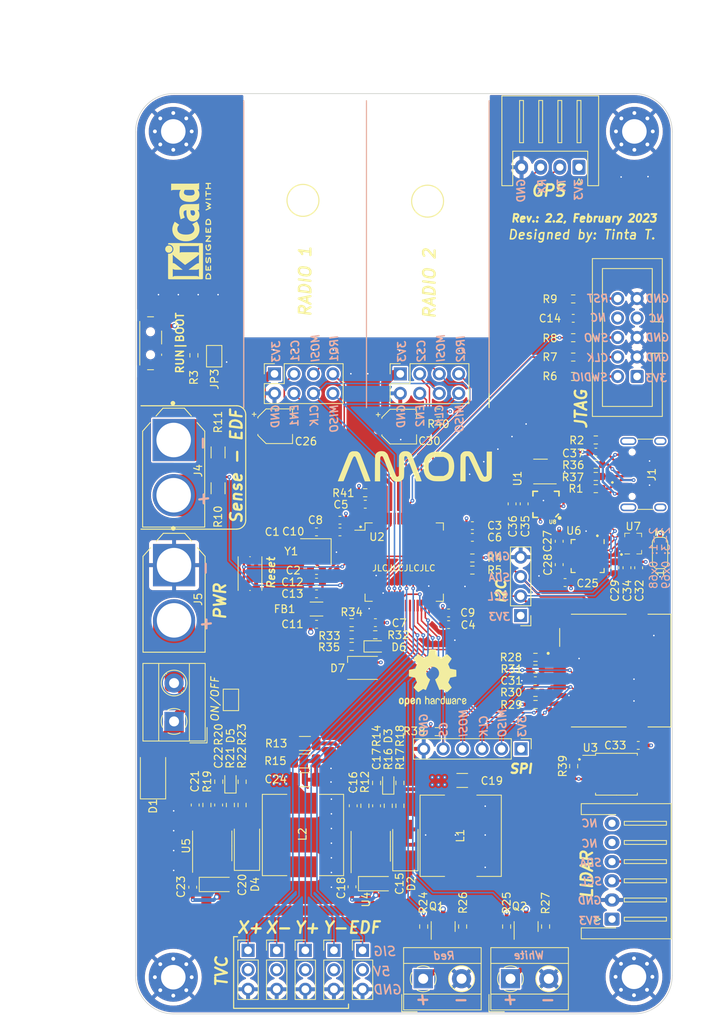
<source format=kicad_pcb>
(kicad_pcb (version 20240108) (generator "pcbnew") (generator_version "8.0")
  (title_block (title "Amon board") (date "2023-02-15") (rev "2.2") (company "Tinta T"))
  (layers (0 "F.Cu" signal) (1 "In1.Cu" power) (2 "In2.Cu" power) (31 "B.Cu" signal) (34 "B.Paste" user) (35 "F.Paste" user) (36 "B.SilkS" user "B.Silkscreen") (37 "F.SilkS" user "F.Silkscreen") (38 "B.Mask" user) (39 "F.Mask" user) (44 "Edge.Cuts" user))
  (net 0 "")
  (net 1 "/Power/12V")
  (net 2 "GND")
  (net 3 "+5V")
  (net 4 "Net-(U2-VCAP_1)")
  (net 5 "+3.3VA")
  (net 6 "/HSE_IN")
  (net 7 "/HSE_OUT")
  (net 8 "Net-(U2-VCAP_2)")
  (net 9 "Net-(U4-SS)")
  (net 10 "Net-(U4-COMP)")
  (net 11 "Net-(U4-BS)")
  (net 12 "Net-(D2-K)")
  (net 13 "GND1")
  (net 14 "/Power/VBAT+")
  (net 15 "VBUS")
  (net 16 "/IN_D+")
  (net 17 "/IN_D-")
  (net 18 "Net-(U5-SS)")
  (net 19 "Net-(U5-COMP)")
  (net 20 "Net-(U5-BS)")
  (net 21 "Net-(D4-K)")
  (net 22 "/SWDIO")
  (net 23 "/SWDCLK")
  (net 24 "/SWO")
  (net 25 "/NRST")
  (net 26 "/USB_D-")
  (net 27 "/USB_D+")
  (net 28 "MOSI")
  (net 29 "SCL")
  (net 30 "PWM_EDF")
  (net 31 "CLK")
  (net 32 "MISO")
  (net 33 "CS_EXT")
  (net 34 "TX_GPS")
  (net 35 "RX_GPS")
  (net 36 "CS_SD")
  (net 37 "EN_RF1")
  (net 38 "CS_RF1")
  (net 39 "RF_IRQ1")
  (net 40 "EN_RF2")
  (net 41 "CS_RF2")
  (net 42 "RF_IRQ2")
  (net 43 "PWM_Servo_X+")
  (net 44 "PWM_Servo_X-")
  (net 45 "PWM_Servo_Y+")
  (net 46 "PWM_Servo_Y-")
  (net 47 "BAT_EDF_S")
  (net 48 "BAT_BRD_S")
  (net 49 "LED_Red")
  (net 50 "LED_White")
  (net 51 "Brd_Led")
  (net 52 "CS_Flash")
  (net 53 "+3V3")
  (net 54 "SDA")
  (net 55 "Net-(U6-REGOUT)")
  (net 56 "Net-(U6-CPOUT)")
  (net 57 "Net-(D1-A)")
  (net 58 "Net-(D3-A)")
  (net 59 "Net-(D5-A)")
  (net 60 "Net-(D6-A)")
  (net 61 "Net-(D7-RK)")
  (net 62 "Net-(D7-GK)")
  (net 63 "Net-(D7-BK)")
  (net 64 "Net-(J1-CC1)")
  (net 66 "Net-(J1-CC2)")
  (net 68 "Net-(J2-Pin_2)")
  (net 69 "Net-(J2-Pin_4)")
  (net 70 "Net-(J2-Pin_6)")
  (net 73 "Net-(J2-Pin_10)")
  (net 74 "Net-(J4-+)")
  (net 75 "Net-(J7-Pin_1)")
  (net 76 "Net-(J8-Pin_1)")
  (net 82 "Net-(JP2-C)")
  (net 83 "Net-(JP3-B)")
  (net 84 "Net-(Q1-B)")
  (net 85 "Net-(Q1-E)")
  (net 86 "Net-(Q2-B)")
  (net 87 "Net-(Q2-E)")
  (net 88 "Net-(U2-BOOT0)")
  (net 89 "Net-(U4-EN)")
  (net 90 "Net-(C22-Pad2)")
  (net 91 "Net-(C17-Pad2)")
  (net 92 "Net-(U4-FB)")
  (net 93 "Net-(U5-EN)")
  (net 94 "Net-(U5-FB)")
  (net 108 "RGB_Led_B")
  (net 109 "RGB_Led_R")
  (net 110 "RGB_Led_G")
  (net 116 "Net-(U8-C1)")
  (net 117 "Net-(U8-SETC)")
  (net 118 "Net-(U8-SETP)")
  (net 126 "Net-(J1-D+-PadA6)")
  (net 127 "Net-(J1-D--PadA7)")
  (footprint "Jumper:SolderJumper-3_P1.3mm_Open_RoundedPad1.0x1.5mm_NumberLabels" (layer "F.Cu") (at 223.4184 88.9 90)
    (property "Reference" "JP2" (hide yes))
    (property "Value" "I2C address")
  )
  (footprint "MountingHole:MountingHole_3.2mm_M3_Pad_Via" (layer "F.Cu") (at 220.0656 33.9344)
    (property "Reference" "H2" (hide yes))
    (property "Value" "MountingHole_Pad")
  )
  (footprint "Resistor_SMD:R_0603_1608Metric" (layer "F.Cu") (at 212.09 63.3603 180)
    (property "Reference" "R7")
    (property "Value" "100")
  )
  (footprint "Capacitor_SMD:C_0603_1608Metric" (layer "F.Cu") (at 212.09 58.3057)
    (property "Reference" "C14")
    (property "Value" "100nF")
  )
  (footprint "XT60:AMASS_XT60-M" (layer "F.Cu") (at 159.9692 77.7748 -90)
    (property "Reference" "J4")
    (property "Value" "XT60-F")
  )
  (footprint "Connector_PinHeader_2.54mm:PinHeader_1x04_P2.54mm_Vertical" (layer "F.Cu") (at 205.232 97.0688 180)
    (property "Reference" "J14" (hide yes))
    (property "Value" "Conn_01x04_Male")
  )
  (footprint "Resistor_SMD:R_0603_1608Metric" (layer "F.Cu") (at 203.4032 137.6172 90)
    (property "Reference" "R25")
    (property "Value" "1k")
  )
  (footprint "Resistor_SMD:R_0603_1608Metric" (layer "F.Cu") (at 212.09 55.7784 180)
    (property "Reference" "R9")
    (property "Value" "100")
  )
  (footprint "Resistor_SMD:R_1206_3216Metric" (layer "F.Cu") (at 177.0888 113.7412 180)
    (property "Reference" "R13")
    (property "Value" "100k")
  )
  (footprint "Resistor_SMD:R_0603_1608Metric" (layer "F.Cu") (at 183.1848 97.9932 180)
    (property "Reference" "R34")
    (property "Value" "330")
  )
  (footprint "Resistor_SMD:R_0603_1608Metric" (layer "F.Cu") (at 184.912 121.8692 -90)
    (property "Reference" "R12")
    (property "Value" "100k")
  )
  (footprint "Inductor_SMD:L_10.4x10.4_H4.8" (layer "F.Cu") (at 197.4088 125.7808 90)
    (property "Reference" "L1")
    (property "Value" "10uH 4A")
  )
  (footprint "Resistor_SMD:R_0603_1608Metric" (layer "F.Cu") (at 168.893 121.7676 90)
    (property "Reference" "R22")
    (property "Value" "44k")
  )
  (footprint "Resistor_SMD:R_0603_1608Metric" (layer "F.Cu") (at 189.484 121.8692 90)
    (property "Reference" "R17")
    (property "Value" "26k1")
  )
  (footprint "Capacitor_SMD:C_0603_1608Metric" (layer "F.Cu") (at 211.0232 92.7608 180)
    (property "Reference" "C25")
    (property "Value" "0.1uF")
  )
  (footprint "Capacitor_SMD:C_0603_1608Metric" (layer "F.Cu") (at 162.7746 121.7676 90)
    (property "Reference" "C21")
    (property "Value" "100nF")
  )
  (footprint "Resistor_SMD:R_0603_1608Metric" (layer "F.Cu") (at 212.09 60.833 180)
    (property "Reference" "R8")
    (property "Value" "100")
  )
  (footprint "Diode_SMD:D_SMA" (layer "F.Cu") (at 169.531 126.8984 90)
    (property "Reference" "D4")
    (property "Value" "B120-E3")
  )
  (footprint "Resistor_SMD:R_1206_3216Metric" (layer "F.Cu") (at 165.7604 80.4672 90)
    (property "Reference" "R10")
    (property "Value" "100k")
  )
  (footprint "Capacitor_SMD:C_0603_1608Metric" (layer "F.Cu") (at 210.2612 87.376 -90)
    (property "Reference" "C27")
    (property "Value" "0.1uF")
  )
  (footprint "TerminalBlock_MetzConnect:TerminalBlock_MetzConnect_Type055_RT01502HDWU_1x02_P5.00mm_Horizontal" (layer "F.Cu") (at 192.5212 144.4244)
    (property "Reference" "J7" (hide yes))
    (property "Value" "Red leds")
  )
  (footprint "Package_SO:SOIC-8_5.23x5.23mm_P1.27mm" (layer "F.Cu") (at 217.7288 117.7544)
    (property "Reference" "U3")
    (property "Value" "W25Q128JVS")
  )
  (footprint "Resistor_SMD:R_0603_1608Metric" (layer "F.Cu") (at 184.95 81.05)
    (property "Reference" "R41")
    (property "Value" "10k")
  )
  (footprint "Resistor_SMD:R_0603_1608Metric" (layer "F.Cu") (at 215.0364 80.518 180)
    (property "Reference" "R1")
    (property "Value" "5k1")
  )
  (footprint "Capacitor_SMD:C_0603_1608Metric" (layer "F.Cu") (at 183.388 121.8692 90)
    (property "Reference" "C16")
    (property "Value" "100nF")
  )
  (footprint "Connector_PinSocket_2.54mm:PinSocket_2x04_P2.54mm_Vertical" (layer "F.Cu") (at 189.5312 65.55 90)
    (property "Reference" "J9" (hide yes))
    (property "Value" "Conn_02x04_Odd_Even")
  )
  (footprint "Package_LGA:Bosch_LGA-8_2x2.5mm_P0.65mm_ClockwisePinNumbering" (layer "F.Cu") (at 219.9132 87.6808 90)
    (property "Reference" "U7")
    (property "Value" "BME280")
  )
  (footprint "Resistor_SMD:R_0603_1608Metric" (layer "F.Cu") (at 192.5828 137.6172 90)
    (property "Reference" "R24")
    (property "Value" "1k")
  )
  (footprint "Resistor_SMD:R_0603_1608Metric" (layer "F.Cu") (at 197.6628 137.6172 -90)
    (property "Reference" "R26")
    (property "Value" "1k")
  )
  (footprint "TerminalBlock_MetzConnect:TerminalBlock_MetzConnect_Type055_RT01502HDWU_1x02_P5.00mm_Horizontal" (layer "F.Cu") (at 160.02 110.8668 90)
    (property "Reference" "J3" (hide yes))
    (property "Value" "Switch_port")
  )
  (footprint "Resistor_SMD:R_0603_1608Metric" (layer "F.Cu") (at 215.0364 78.9305 180)
    (property "Reference" "R37")
    (property "Value" "22")
  )
  (footprint "Resistor_SMD:R_0603_1608Metric" (layer "F.Cu") (at 162.6108 63.1322 -90)
    (property "Reference" "R3")
    (property "Value" "10k")
  )
  (footprint "Connector_PinHeader_2.54mm:PinHeader_1x03_P2.54mm_Vertical" (layer "F.Cu") (at 180.8734 140.716)
    (property "Reference" "M4" (hide yes))
    (property "Value" "Servo_Y-")
  )
  (footprint "Resistor_SMD:R_0603_1608Metric" (layer "F.Cu") (at 207.1746 108.6612)
    (property "Reference" "R29")
    (property "Value" "10k")
  )
  (footprint "MountingHole:MountingHole_3.2mm_M3_Pad_Via" (layer "F.Cu") (at 159.9184 33.9344)
    (property "Reference" "H1" (hide yes))
    (property "Value" "MountingHole_Pad")
  )
  (footprint "Capacitor_Tantalum_SMD:CP_EIA-3216-10_Kemet-I" (layer "F.Cu") (at 186.3852 132.0292)
    (property "Reference" "C15")
    (property "Value" "10uF")
  )
  (footprint "Connector_IDC:IDC-Header_2x05_P2.54mm_Vertical" (layer "F.Cu") (at 220.4212 65.8876 180)
    (property "Reference" "J2" (hide yes))
    (property "Value" "Conn_2x5 pin")
  )
  (footprint "Resistor_SMD:R_0603_1608Metric" (layer "F.Cu") (at 183.1848 99.568 180)
    (property "Reference" "R33")
    (property "Value" "330")
  )
  (footprint "Resistor_SMD:R_0603_1608Metric" (layer "F.Cu") (at 189.484 118.892 90)
    (property "Reference" "R18")
    (property "Value" "1k5")
  )
  (footprint "Capacitor_SMD:C_0603_1608Metric" (layer "F.Cu") (at 178.6013 94.234 180)
    (property "Reference" "C13")
    (property "Value" "100nF")
  )
  (footprint "TerminalBlock_MetzConnect:TerminalBlock_MetzConnect_Type055_RT01502HDWU_1x02_P5.00mm_Horizontal" (layer "F.Cu") (at 203.9004 144.4244)
    (property "Reference" "J8" (hide yes))
    (property "Value" "White leds")
  )
  (footprint "Resistor_SMD:R_0603_1608Metric" (layer "F.Cu") (at 215.0364 77.343 180)
    (property "Reference" "R36")
    (property "Value" "22")
  )
  (footprint "Capacitor_SMD:C_0603_1608Metric" (layer "F.Cu") (at 181.6608 86.1568 180)
    (property "Reference" "C10")
    (property "Value" "100nF")
  )
  (footprint "Connector_PinHeader_2.54mm:PinHeader_1x03_P2.54mm_Vertical" (layer "F.Cu") (at 184.6072 140.716)
    (property "Reference" "J11" (hide yes))
    (property "Value" "Conn_01x03_Male")
  )
  (footprint "Capacitor_Tantalum_SMD:CP_EIA-3216-10_Kemet-I" (layer "F.Cu") (at 165.6194 132.1308)
    (property "Reference" "C20")
    (property "Value" "10uF")
  )
  (footprint "Capacitor_SMD:C_0603_1608Metric" (layer "F.Cu") (at 205.6892 82.4992 90)
    (property "Reference" "C35")
    (property "Value" "4.7uF")
  )
  (footprint "Connector_USB:USB_C_Receptacle_XKB_U262-16XN-4BVC11" (layer "F.Cu") (at 222.3826 78.6384 90)
    (property "Reference" "J1")
    (property "Value" "USB2.0_C_Rev")
  )
  (footprint "Library:Amon_logo" (layer "F.Cu") (at 191.4144 77.6224)
    (property "Reference" "G***" (hide yes))
    (property "Value" "LOGO" (hide yes))
  )
  (footprint "Capacitor_SMD:C_0603_1608Metric" (layer "F.Cu") (at 178.6013 92.71 180)
    (property "Reference" "C12")
    (property "Value" "1uF")
  )
  (footprint "Jumper:SolderJumper-2_P1.3mm_Open_TrianglePad1.0x1.5mm" (layer "F.Cu") (at 165.2524 63.246 90)
    (property "Reference" "JP3")
    (property "Value" "SolderJumper_2_Open")
  )
  (footprint "Capacitor_SMD:C_0603_1608Metric" (layer "F.Cu") (at 178.6013 91.186 180)
    (property "Reference" "C2")
    (property "Value" "14pF")
  )
  (footprint "Resistor_SMD:R_0603_1608Metric" (layer "F.Cu") (at 212.15 116.7 90)
    (property "Reference" "R39")
    (property "Value" "10k")
  )
  (footprint "Diode_SMD:D_SMA" (layer "F.Cu") (at 190.1952 126.9492 90)
    (property "Reference" "D2")
    (property "Value" "B120-E3")
  )
  (footprint "Capacitor_SMD:C_0603_1608Metric" (layer "F.Cu") (at 220.5736 113.9952)
    (property "Reference" "C33")
    (property "Value" "1uF")
  )
  (footprint "MountingHole:MountingHole_3.2mm_M3_Pad_Via" (layer "F.Cu") (at 220.0148 144.1704)
    (property "Reference" "H4" (hide yes))
    (property "Value" "MountingHole_Pad")
  )
  (footprint "Resistor_SMD:R_0603_1608Metric" (layer "F.Cu") (at 194.5 70.65 180)
    (property "Reference" "R40")
    (property "Value" "10k")
  )
  (footprint "Package_TO_SOT_SMD:SOT-23-6_Handsoldering" (layer "F.Cu") (at 207.8228 78.2828 180)
    (property "Reference" "U1")
    (property "Value" "USBLC6-2P6")
  )
  (footprint "Resistor_SMD:R_0603_1608Metric" (layer "F.Cu") (at 198.9328 89.5604 180)
    (property "Reference" "R4")
    (property "Value" "4k7")
  )
  (footprint "Connector_JST:JST_XH_S6B-XH-A-1_1x06_P2.50mm_Horizontal" (layer "F.Cu") (at 217.1488 136.6536 90)
    (property "Reference" "J12" (hide yes))
    (property "Value" "Conn_01x06_Male")
  )
  (footprint "Symbol:OSHW-Logo2_9.8x8mm_SilkScreen" (layer "F.Cu") (at 193.7512 105.2068)
    (property "Reference" "REF**" (hide yes))
    (property "Value" "OSHW-Logo2_9.8x8mm_SilkScreen" (hide yes))
  )
  (footprint "Connector_PinHeader_2.54mm:PinHeader_1x03_P2.54mm_Vertical" (layer "F.Cu") (at 173.4058 140.716)
    (property "Reference" "M2" (hide yes))
    (property "Value" "Servo_X-")
  )
  (footprint "Resistor_SMD:R_0603_1608Metric" (layer "F.Cu") (at 194.3 112.2)
    (property "Reference" "R38")
    (property "Value" "10k")
  )
  (footprint "Capacitor_SMD:C_1206_3216Metric" (layer "F.Cu") (at 177.0888 118.4656 180)
    (property "Reference" "C24")
    (property "Value" "22uF")
  )
  (footprint "MicroSD_slot:AMPHENOL_GTFP08131Y2HR" (layer "F.Cu") (at 220.4212 104.2416 90)
    (property "Reference" "J10" (hide yes))
    (property "Value" "GTFP08131Y2HR")
  )
  (footprint "Capacitor_SMD:C_1206_3216Metric" (layer "F.Cu") (at 197.612 118.5672 180)
    (property "Reference" "C19")
    (property "Value" "22uF")
  )
  (footprint "Capacitor_SMD:C_0603_1608Metric" (layer "F.Cu") (at 184.9628 82.55 180)
    (property "Reference" "C5")
    (property "Value" "100nF")
  )
  (footprint "Capacitor_SMD:C_0603_1608Metric" (layer "F.Cu") (at 210.2612 90.424 -90)
    (property "Reference" "C28")
    (property "Value" "0.1uF")
  )
  (footprint "Capacitor_SMD:C_0603_1608Metric" (layer "F.Cu") (at 219.1004 90.8304 90)
    (property "Reference" "C34")
    (property "Value" "100nF")
  )
  (footprint "Resistor_SMD:R_0603_1608Metric" (layer "F.Cu") (at 186.2636 99.568)
    (property "Reference" "R32")
    (property "Value" "330")
  )
  (footprint "Resistor_SMD:R_0603_1608Metric" (layer "F.Cu") (at 215.0364 74.168 180)
    (property "Reference" "R2")
    (property "Value" "5k1")
  )
  (footprint "Resistor_SMD:R_0603_1608Metric" (layer "F.Cu") (at 207.1624 107.0864)
    (property "Reference" "R30")
    (property "Value" "10k")
  )
  (footprint "Resistor_SMD:R_0603_1608Metric" (layer "F.Cu") (at 208.4832 137.6172 -90)
    (property "Reference" "R27")
    (property "Value" "1k")
  )
  (footprint "Resistor_SMD:R_0603_1608Metric" (layer "F.Cu") (at 167.3634 121.7676 -90)
    (property "Reference" "R21")
    (property "Value" "10k")
  )
  (footprint "Button_Switch_SMD:SW_Push_1P1T_NO_CK_KMR2" (layer "F.Cu") (at 169.926 91.5924 -90)
    (property "Reference" "SW2" (hide yes))
    (property "Value" "SW_SPST")
  )
  (footprint "Capacitor_SMD:C_0603_1608Metric" (layer "F.Cu") (at 198.9328 85.344)
    (property "Reference" "C3")
    (property "Value" "4.7uF")
  )
  (footprint "Connector_PinSocket_2.54mm:PinSocket_2x04_P2.54mm_Vertical" (layer "F.Cu") (at 173.1228 65.55 90)
    (property "Reference" "J6" (hide yes))
    (property "Value" "Conn_02x04_Odd_Even")
  )
  (footprint "Package_SO:SOIC-8-1EP_3.9x4.9mm_P1.27mm_EP2.62x3.51mm" (layer "F.Cu") (at 164.9984 127.1016 90)
    (property "Reference" "U5")
    (property "Value" "MP2303ADN")
  )
  (footprint "Resistor_SMD:R_0603_1608Metric" (layer "F.Cu") (at 207.1624 102.5144)
    (property "Reference" "R28")
    (property "Value" "10k")
  )
  (footprint "Inductor_SMD:L_1206_3216Metric_Pad1.22x1.90mm_HandSolder" (layer "F.Cu") (at 178.6013 96.2152 180)
    (property "Reference" "FB1")
    (property "Value" "100R 100MHz")
  )
  (footprint "Resistor_SMD:R_0603_1608Metric" (layer "F.Cu") (at 207.1624 104.0384)
    (property "Reference" "R31")
    (property "Value" "10k")
  )
  (footprint "Capacitor_SMD:C_0603_1608Metric" (layer "F.Cu") (at 207.1502 105.5624)
    (property "Reference" "C31")
    (property "Value" "10uF")
  )
  (footprint "Capacitor_SMD:C_0603_1608Metric" (layer "F.Cu") (at 165.8338 121.7676 90)
    (property "Reference" "C22")
    (property "Value" "3.9nF")
  )
  (footprint "Resistor_SMD:R_0603_1608Metric" (layer "F.Cu") (at 165.8506 118.725 -90)
    (property "Reference" "R20")
    (property "Value" "6k8")
  )
  (footprint "Resistor_SMD:R_0603_1608Metric" (layer "F.Cu") (at 164.3042 121.7676 -90)
    (property "Reference" "R19")
    (property "Value" "100k")
  )
  (footprint "Resistor_SMD:R_0603_1608Metric" (layer "F.Cu") (at 187.96 121.8692 -90)
    (property "Reference" "R16")
    (property "Value" "10k")
  )
  (footprint "Diode_SMD:D_SMA" (layer "F.Cu") (at 157.2768 117.57 90)
    (property "Reference" "D1")
    (property "Value" "B120-E3")
  )
  (footprint "Crystal:Crystal_SMD_3225-4Pin_3.2x2.5mm" (layer "F.Cu") (at 178.5112 88.6968 180)
    (property "Reference" "Y1")
    (property "Value" "25MHz")
  )
  (footprint "HMC5883L:LPCC-16" (layer "F.Cu") (at 208.534 82.563 180)
    (property "Reference" "U8")
    (property "Value" "HMC5883L")
  )
  (footprint "Capacitor_SMD:C_0603_1608Metric" (layer "F.Cu") (at 186.436 121.8692 90)
    (property "Reference" "C17")
    (property "Value" "3.9nF")
  )
  (footprint "Button_Switch_SMD:SW_SPDT_PCM12" (layer "F.Cu") (at 157.2768 61.5574 -90)
    (property "Reference" "SW1" (hide yes))
    (property "Value" "SW_DPDT")
  )
  (footprint "Connector_JST:JST_XH_S4B-XH-A_1x04_P2.50mm_Horizontal" (layer "F.Cu") (at 212.8428 38.6036 180)
    (property "Reference" "J13" (hide yes))
    (property "Value" "Conn_01x04_Male")
  )
  (footprint "Capacitor_SMD:C_0603_1608Metric" (layer "F.Cu") (at 178.6128 98.1964)
    (property "Reference" "C11")
    (property "Value" "1uF")
  )
  (footprint "Capacitor_SMD:CP_Elec_4x5.4" (layer "F.Cu") (at 189.3908 72.428)
    (property "Reference" "C30")
    (property "Value" "10uF")
  )
  (footprint "Capacitor_SMD:C_0603_1608Metric" (layer "F.Cu") (at 204.1144 82.4992 90)
    (property "Reference" "C36")
    (property "Value" "0.22uF")
  )
  (footprint "LED_SMD:LED_0603_1608Metric" (layer "F.Cu") (at 187.96 118.872 90)
    (property "Reference" "D3")
    (property "Value" "Red")
  )
  (footprint "Capacitor_SMD:C_0603_1608Metric" (layer "F.Cu") (at 183.2356 132.4356 -90)
    (property "Reference" "C18")
    (property "Value" "10nF")
  )
  (footprint "Resistor_SMD:R_1206_3216Metric" (layer "F.Cu") (at 177.0888 116.0272)
    (property "Reference" "R15")
    (property "Value" "10k")
  )
  (footprint "LED_SMD:LED_Cree-PLCC4_3.2x2.8mm_CCW" (layer "F.Cu") (at 184.6072 103.886)
    (property "Reference" "D7")
    (property "Value" "LED_RGBA")
  )
  (footprint "Capacitor_SMD:CP_Elec_4x5.4" (layer "F.Cu") (at 173.2144 72.3772)
    (property "Reference" "C26")
    (property "Value" "10uF")
  )
  (footprint "Package_TO_SOT_SMD:SOT-23" (layer "F.Cu") (at 195.1228 137.6172 90)
    (property "Reference" "Q1")
    (property "Value" "BC817")
  )
  (footprint "Inductor_SMD:L_10.4x10.4_H4.8" (layer "F.Cu") (at 176.8348 125.6792 90)
    (property "Reference" "L2")
    (property "Value" "10uH 4A")
  )
  (footprint "MountingHole:MountingHole_3.2mm_M3_Pad_Via" (layer "F.Cu") (at 159.9184 144.2212)
    (property "Reference" "H3" (hide yes))
    (property "Value" "MountingHole_Pad")
  )
  (footprint "Capacitor_SMD:C_0603_1608Metric" (layer "F.Cu") (at 195.834 98.2472)
    (property "Reference" "C4")
    (property "Value" "2.2uF")
  )
  (footprint "Package_QFP:LQFP-64_10x10mm_P0.5mm" (layer "F.Cu") (at 190.0428 90.0938)
    (property "Reference" "U2")
    (property "Value" "STM32F405RGT6-LQFP64")
  )
  (footprint "LED_SMD:LED_0603_1608Metric" (layer "F.Cu") (at 167.3746 118.725 90)
    (property "Reference" "D5")
    (property "Value" "Red")
  )
  (footprint "XT60:AMASS_XT60-M" (layer "F.Cu") (at 160.02 94.092 -90)
    (property "Reference" "J5")
    (property "Value" "XT60-F")
  )
  (footprint "Resistor_SMD:R_0603_1608Metric" (layer "F.Cu") (at 186.436 118.892 -90)
    (property "Reference" "R14")
    (property "Value" "6k8")
  )
  (footprint "Capacitor_SMD:C_0603_1608Metric" (layer "F.Cu") (at 195.834 96.7232)
    (property "Reference" "C9")
    (property "Value" "100nF")
  )
  (footprint "Capacitor_SMD:C_0603_1608Metric" (layer "F.Cu") (at 186.2836 97.9932 180)
    (property "Reference" "C7")
    (property "Value" "100nF")
  )
  (footprint "Sensor_Motion:InvenSense_QFN-24_4x4mm_P0.5mm" (layer "F.Cu") (at 213.9696 89.3064 -90)
    (property "Reference" "U6")
    (property "Value" "MPU-6050")
  )
  (footprint "Package_TO_SOT_SMD:SOT-23" (layer "F.Cu") (at 205.9432 137.6172 90)
    (property "Reference" "Q2")
    (property "Value" "BC817")
  )
  (footprint "Connector_PinHeader_2.54mm:PinHeader_1x03_P2.54mm_Vertical" (layer "F.Cu") (at 169.672 140.716)
    (property "Reference" "M1" (hide yes))
    (property "Value" "Servo_X+")
  )
  (footprint "Jumper:SolderJumper-2_P1.3mm_Open_Pad1.0x1.5mm" (layer "F.Cu") (at 167.4368 108.062 90)
    (property "Reference" "JP1" (hide yes))
    (property "Value" "SolderJumper_2_Open")
  )
  (footprint "Capacitor_SMD:C_0603_1608Metric" (layer "F.Cu") (at 220.6244 90.8304 -90)
    (property "Reference" "C32")
    (property "Value" "100nF")
  )
  (footprint "Resistor_SMD:R_0603_1608Metric" (layer "F.Cu") (at 198.9328 91.1352 180)
    (property "Reference" "R5")
    (property "Value" "4k7")
  )
  (footprint "Capacitor_SMD:C_0603_1608Metric" (layer "F.Cu") (at 162.4584 132.4864 -90)
    (property "Reference" "C23")
    (property "Value" "10nF")
  )
  (footprint "Capacitor_SMD:C_0603_1608Metric" (layer "F.Cu") (at 181.6608 84.6328 180)
    (property "Reference" "C8")
    (property "Value" "100nF")
  )
  (footprint "Connector_PinHeader_2.54mm:PinHeader_1x03_P2.54mm_Vertical" (layer "F.Cu") (at 177.1396 140.716)
    (property "Reference" "M3" (hide yes))
    (property "Value" "Servo_Y+")
  )
  (footprint "Connector_PinHeader_2.54mm:PinHeader_1x06_P2.54mm_Vertical" (layer "F.Cu") (at 205.2828 114.4524 -90)
    (property "Reference" "J15" (hide yes))
    (property "Value" "Conn_01x06_Male")
  )
  (footprint "Package_SO:SOIC-8-1EP_3.9x4.9mm_P1.27mm_EP2.62x3.51mm" (layer "F.Cu") (at 185.674 127.1524 90)
    (property "Reference" "U4")
    (property "Value" "MP2303ADN")
  )
  (footprint "Resistor_SMD:R_0603_1608Metric" (layer "F.Cu") (at 183.1848 101.092 180)
    (property "Reference" "R35")
    (property "Value" "330")
  )
  (footprint "Capacitor_SMD:C_0603_1608Metric" (layer "F.Cu") (at 215.0364 75.7555)
    (property "Reference" "C37")
    (property "Value" "100nF")
  )
  (footprint "Capacitor_SMD:C_0603_1608Metric" (layer "F.Cu") (at 217.5256 90.8304 -90)
    (property "Reference" "C29")
    (property "Value" "2.2nF")
  )
  (footprint "LED_SMD:LED_0603_1608Metric" (layer "F.Cu") (at 186.2836 101.092)
    (property "Reference" "D6")
    (property "Value" "RED")
  )
  (footprint "MountingHole:MountingHole_3.2mm_M3" (layer "F.Cu") (at 176.8212 42.9132)
    (property "Reference" "H6" (hide yes))
    (property "Value" "MountingHole")
  )
  (footprint "Symbol:KiCad-Logo2_5mm_SilkScreen" (layer "F.Cu") (at 161.8488 46.9392 90)
    (property "Reference" "REF**" (hide yes))
    (property "Value" "KiCad-Logo2_5mm_SilkScreen" (hide yes))
  )
  (footprint "Capacitor_SMD:C_0603_1608Metric" (layer "F.Cu") (at 198.9328 86.868)
    (property "Reference" "C6")
    (property "Value" "2.2uF")
  )
  (footprint "Resistor_SMD:R_0603_1608Metric" (layer "F.Cu") (at 168.8986 118.7372 90)
    (property "Reference" "R23")
    (property "Value" "1k5")
  )
  (footprint "Resistor_SMD:R_1206_3216Metric" (layer "F.Cu") (at 165.7604 75.7936 90)
    (property "Reference" "R11")
    (property "Value" "10k")
  )
  (footprint "Resistor_SMD:R_0603_1608Metric" (layer "F.Cu") (at 212.09 65.8876 180)
    (property "Reference" "R6")
    (property "Value" "100")
  )
  (footprint "Capacitor_SMD:C_0603_1608Metric" (layer "F.Cu") (at 178.6013 86.1568 180)
    (property "Reference" "C1")
    (property "Value" "14pF")
  )
  (footprint "MountingHole:MountingHole_3.2mm_M3" (layer "F.Cu") (at 193.0772 43.0148)
    (property "Reference" "H5" (hide yes))
    (property "Value" "MountingHole")
  )
  (gr_line (start 169.1152 69.9364) (end 169.1152 29.9364) (stroke (width 0.15)) (layer "B.SilkS"))
  (gr_line (start 185.1152 69.9364) (end 185.1152 29.9364) (stroke (width 0.15)) (layer "B.SilkS"))
  (gr_line (start 201.1152 68) (end 201.1152 29.9364) (stroke (width 0.15)) (layer "B.SilkS"))
  (gr_line (start 182.7784 147.7264) (end 182.7784 148.2852) (stroke (width 0.15)) (layer "F.SilkS"))
  (gr_circle (center 193.0908 43.0276) (end 191.6176 41.5544) (stroke (width 0.15)) (fill none) (layer "F.SilkS"))
  (gr_line (start 201.1152 29.9364) (end 201.1152 69.9364) (stroke (width 0.15)) (layer "F.SilkS"))
  (gr_line (start 167.7924 148.2852) (end 167.7924 138.938) (stroke (width 0.15)) (layer "F.SilkS"))
  (gr_line (start 169.368303 70.880164) (end 169.368303 84.618636) (stroke (width 0.15)) (layer "F.SilkS"))
  (gr_line (start 167.7924 138.938) (end 168.3004 138.938) (stroke (width 0.15)) (layer "F.SilkS"))
  (gr_line (start 155.709364 69.710661) (end 168.1988 69.710661) (stroke (width 0.15)) (layer "F.SilkS"))
  (gr_arc (start 169.368303 84.618636) (mid 169.025764 85.4456) (end 168.1988 85.788139) (stroke (width 0.15)) (layer "F.SilkS"))
  (gr_line (start 169.1152 29.9364) (end 169.1152 69.9364) (stroke (width 0.15)) (layer "F.SilkS"))
  (gr_arc (start 168.1988 69.710661) (mid 169.025764 70.0532) (end 169.368303 70.880164) (stroke (width 0.15)) (layer "F.SilkS"))
  (gr_line (start 168.1988 85.7968) (end 155.709364 85.7968) (stroke (width 0.15)) (layer "F.SilkS"))
  (gr_circle (center 176.834181 42.926) (end 175.360981 41.4528) (stroke (width 0.15)) (fill none) (layer "F.SilkS"))
  (gr_line (start 182.7784 148.2852) (end 167.8432 148.2852) (stroke (width 0.15)) (layer "F.SilkS"))
  (gr_line (start 185.1152 29.9364) (end 185.1152 69.9364) (stroke (width 0.15)) (layer "F.SilkS"))
  (gr_arc (start 160 149) (mid 156.455509 147.544491) (end 155 144) (stroke (width 0.1)) (layer "Edge.Cuts"))
  (gr_line (start 155 144) (end 155 34) (stroke (width 0.1)) (layer "Edge.Cuts"))
  (gr_line (start 225 34) (end 225 144) (stroke (width 0.1)) (layer "Edge.Cuts"))
  (gr_arc (start 225 144) (mid 223.544491 147.544491) (end 220 149) (stroke (width 0.1)) (layer "Edge.Cuts"))
  (gr_line (start 160 29) (end 220 29) (stroke (width 0.1)) (layer "Edge.Cuts"))
  (gr_line (start 220 149) (end 160 149) (stroke (width 0.1)) (layer "Edge.Cuts"))
  (gr_arc (start 220 29) (mid 223.544491 30.455509) (end 225 34) (stroke (width 0.1)) (layer "Edge.Cuts"))
  (gr_arc (start 155 34) (mid 156.455509 30.455509) (end 160 29) (stroke (width 0.1)) (layer "Edge.Cuts"))
  (gr_text "-" (at 208.8388 147.1168 0) (layer "B.SilkS") (effects (font (size 1.5 1.5) (thickness 0.3) (italic yes)) (justify mirror)))
  (gr_text "GND" (at 187.940857 145.8468 0) (layer "B.SilkS") (effects (font (size 1.2 1.2) (thickness 0.2) (italic yes)) (justify mirror)))
  (gr_text "CS2" (at 192.278 62.512738 90) (layer "B.SilkS") (effects (font (size 1 1) (thickness 0.2) (italic yes)) (justify mirror)))
  (gr_text "MISO" (at 197.2564 71.3232 90) (layer "B.SilkS") (effects (font (size 1 1) (thickness 0.2) (italic yes)) (justify mirror)))
  (gr_text "3V3" (at 173.3296 62.584167 90) (layer "B.SilkS") (effects (font (size 1 1) (thickness 0.2) (italic yes)) (justify mirror)))
  (gr_text "-" (at 197.5104 147.1168 0) (layer "B.SilkS") (effects (font (size 1.5 1.5) (thickness 0.3) (italic yes)) (justify mirror)))
  (gr_text "CLK" (at 194.6148 70.918438 90) (layer "B.SilkS") (effects (font (size 1 1) (thickness 0.2) (italic yes)) (justify mirror)))
  (gr_text "CLK" (at 200.406 111.453562 90) (layer "B.SilkS") (effects (font (size 1 1) (thickness 0.2) (italic yes)) (justify mirror)))
  (gr_text "GND" (at 205.2828 41.6052 90) (layer "B.SilkS") (effects (font (size 1 1) (thickness 0.2) (italic yes)) (justify mirror)))
  (gr_text "SWO" (at 215.138 60.8584 0) (layer "B.SilkS") (effects (font (size 1 1) (thickness 0.2) (italic yes)) (justify mirror)))
  (gr_text "IRQ2" (at 197.4088 62.23 90) (layer "B.SilkS") (effects (font (size 1 1) (thickness 0.2) (italic yes)) (justify mirror)))
  (gr_text "NC" (at 214.2744 126.7968 0) (layer "B.SilkS") (effects (font (size 1 1) (thickness 0.2) (italic yes)) (justify mirror)))
  (gr_text "3V3" (at 205.4352 111.477372 90) (layer "B.SilkS") (effects (font (size 1 1) (thickness 0.2) (italic yes)) (justify mirror)))
  (gr_text "RX" (at 208.026 41.057581 90) (layer "B.SilkS") (effects (font (size 1 1) (thickness 0.2) (italic yes)) (justify mirror)))
  (gr_text "SDA" (at 214.4268 129.286 0) (layer "B.SilkS") (effects (font (size 1 1) (thickness 0.2) (italic yes)) (justify mirror)))
  (gr_text "MOSI" (at 197.7644 111.0488 90) (layer "B.SilkS") (effects (font (size 1 1) (thickness 0.2) (italic yes)) (justify mirror)))
  (gr_text "EN2" (at 192.1256 70.966057 90) (layer "B.SilkS") (effects (font (size 1 1) (thickness 0.2) (italic yes)) (justify mirror)))
  (gr_text "CS" (at 195.1736 111.882134 90) (layer "B.SilkS") (effects (font (size 1 1) (thickness 0.2) (italic yes)) (justify mirror)))
  (gr_text "3V3" (at 214.2744 136.8552 0) (layer "B.SilkS") (effects (font (size 1 1) (thickness 0.2) (italic yes)) (justify mirror)))
  (gr_text "NC" (at 214.2744 124.1552 0) (layer "B.SilkS") (effects (font (size 1 1) (thickness 0.2) (italic yes)) (justify mirror)))
  (gr_text "GND" (at 202.369752 89.3472 0) (layer "B.SilkS") (effects (font (size 1 1) (thickness 0.2) (italic yes)) (justify mirror)))
  (gr_text "+" (at 164.1348 98.0948 90) (layer "B.SilkS") (effects (font (size 1.5 1.5) (thickness 0.3) (italic yes)) (justify mirror)))
  (gr_text "3V3" (at 202.512609 97.2212 0) (layer "B.SilkS") (effects (font (size 1 1) (thickness 0.2) (italic yes)) (justify mirror)))
  (gr_text "SCL" (at 214.4776 131.7244 0) (layer "B.SilkS") (effects (font (size 1 1) (thickness 0.2) (italic yes)) (justify mirror)))
  (gr_text "-" (at 164.0332 90.8304 90) (layer "B.SilkS") (effects (font (size 1.5 1.5) (thickness 0.3) (italic yes)) (justify mirror)))
  (gr_text "GND" (at 192.5828 111.334515 90) (layer "B.SilkS") (effects (font (size 1 1) (thickness 0.2) (italic yes)) (justify mirror)))
  (gr_text "+" (at 163.7792 81.788 90) (layer "B.SilkS") (effects (font (size 1.5 1.5) (thickness 0.3) (italic yes)) (justify mirror)))
  (gr_text "RST" (at 215.352286 55.7276 0) (layer "B.SilkS") (effects (font (size 1 1) (thickness 0.2) (italic yes)) (justify mirror)))
  (gr_text "IRQ1" (at 180.8988 62.23 90) (layer "B.SilkS") (effects (font (size 1 1) (thickness 0.2) (italic yes)) (justify mirror)))
  (gr_text "GND" (at 223.1136 63.3984 0) (layer "B.SilkS") (effects (font (size 1 1) (thickness 0.2) (italic yes)) (justify mirror)))
  (gr_text "CLK" (at 215.304667 63.4492 0) (layer "B.SilkS") (effects (font (size 1 1) (thickness 0.2) (italic yes)) (justify mirror)))
  (gr_text "SIG" (at 187.569429 140.8534 0) (layer "B.SilkS") (effects (font (size 1.2 1.2) (thickness 0.2) (italic yes)) (justify mirror)))
  (gr_text "CS1" (at 175.8188 62.512738 90) (layer "B.SilkS") (effects (font (size 1 1) (thickness 0.2) (italic yes)) (justify mirror)))
  (gr_text "3V3" (at 222.970743 66.0908 0) (layer "B.SilkS") (effects (font (size 1 1) (thickness 0.2) (italic yes)) (justify mirror)))
  (gr_text "SDA" (at 202.4888 92.0904 0) (layer "B.SilkS") (effects (font (size 1 1) (thickness 0.2) (italic yes)) (justify mirror)))
  (gr_text "GND" (at 223.1136 55.7276 0) (layer "B.SilkS") (effects (font (size 1 1) (thickness 0.2) (italic yes)) (justify mirror)))
  (gr_text "TX" (at 210.566 40.938533 90) (layer "B.SilkS") (effects (font (size 1 1) (thickness 0.2) (italic yes)) (justify mirror)))
  (gr_text "Red" (at 195.2752 141.4272 0) (layer "B.SilkS") (effects (font (size 1 1) (thickness 0.2) (italic yes)) (justify mirror)))
  (gr_text "MOSI" (at 194.818 62.155596 90) (layer "B.SilkS") (effects (font (size 1 1) (thickness 0.2) (italic yes)) (justify mirror)))
  (gr_text "SWDIO" (at 214.3252 65.9892 0) (layer "B.SilkS") (effects (font (size 1 1) (thickness 0.2) (italic yes)) (justify mirror)))
  (gr_text "2-1: 0x68\n2-3: 0x69" (at 223.3676 89.5604 90) (layer "B.SilkS") (effects (font (size 1 1)) (justify mirror)))
  (gr_text "3V3" (at 212.8012 41.462343 90) (layer "B.SilkS") (effects (font (size 1 1) (thickness 0.2) (italic yes)) (justify mirror)))
  (gr_text "-" (at 163.6776 74.5236 90) (layer "B.SilkS") (effects (font (size 1.5 1.5) (thickness 0.3) (italic yes)) (justify mirror)))
  (gr_text "EN1" (at 175.7172 70.966057 90) (layer "B.SilkS") (effects (font (size 1 1) (thickness 0.2) (italic yes)) (justify mirror)))
  (gr_text "GND" (at 214.2744 134.2136 0) (layer "B.SilkS") (effects (font (size 1 1) (thickness 0.2) (italic yes)) (justify mirror)))
  (gr_text "MISO" (at 180.8988 71.3232 90) (layer "B.SilkS") (effects (font (size 1 1) (thickness 0.2) (italic yes)) (justify mirror)))
  (gr_text "GND" (at 173.228 71.037486 90) (layer "B.SilkS") (effects (font (size 1 1) (thickness 0.2) (italic yes)) (justify mirror)))
  (gr_text "MOSI" (at 178.4604 62.155596 90) (layer "B.SilkS") (effects (font (size 1 1) (thickness 0.2) (italic yes)) (justify mirror)))
  (gr_text "SCL" (at 202.3364 94.5896 0) (layer "B.SilkS") (effects (font (size 1 1) (thickness 0.2) (italic yes)) (justify mirror)))
  (gr_text "GND" (at 223.1136 60.8076 0) (layer "B.SilkS") (effects (font (size 1 1) (thickness 0.2) (italic yes)) (justify mirror)))
  (gr_text "White" (at 206.3496 141.3764 0) (layer "B.SilkS") (effects (font (size 1 1) (thickness 0.2) (italic yes)) (justify mirror)))
  (gr_text "NC" (at 215.392 58.2168 0) (layer "B.SilkS") (effects (font (size 1 1) (thickness 0.2) (italic yes)) (justify mirror)))
  (gr_text "3V3" (at 189.738 62.584167 90) (layer "B.SilkS") (effects (font (size 1 1) (thickness 0.2) (italic yes)) (justify mirror)))
  (gr_text "+" (at 203.9112 147.066 0) (layer "B.SilkS") (effects (font (size 1.5 1.5) (thickness 0.3) (italic yes)) (justify mirror)))
  (gr_text "CLK" (at 178.308 70.918438 90) (layer "B.SilkS") (effects (font (size 1 1) (thickness 0.2) (italic yes)) (justify mirror)))
  (gr_text "5V" (at 187.198 143.4696 0) (layer "B.SilkS") (effects (font (size 1.2 1.2) (thickness 0.2) (italic yes)) (justify mirror)))
  (gr_text "GND" (at 189.6364 71.037486 90) (layer "B.SilkS") (effects (font (size 1 1) (thickness 0.2) (italic yes)) (justify mirror)))
  (gr_text "+" (at 192.532 147.066 0) (layer "B.SilkS") (effects (font (size 1.5 1.5) (thickness 0.3) (italic yes)) (justify mirror)))
  (gr_text "MISO" (at 202.8444 111.0488 90) (layer "B.SilkS") (effects (font (size 1 1) (thickness 0.2) (italic yes)) (justify mirror)))
  (gr_text "NC" (at 223.012 58.3184 0) (layer "B.SilkS") (effects (font (size 1 1) (thickness 0.2) (italic yes)) (justify mirror)))
  (gr_text "." (at 215.2396 86.2584 0) (layer "F.SilkS") (effects (font (size 1 1) (thickness 0.25))))
  (gr_text "X+" (at 169.9514 137.7546 0) (layer "F.SilkS") (effects (font (size 1.5 1.5) (thickness 0.3) (italic yes))))
  (gr_text "." (at 183.9468 85.4964 90) (layer "F.SilkS") (effects (font (size 1 1) (thickness 0.25))))
  (gr_text "ON/OFF" (at 165.354 107.95 90) (layer "F.SilkS") (effects (font (size 1 1) (thickness 0.15) (italic yes))))
  (gr_text "Designed by: Tinta T." (at 213.2076 47.3964 0) (layer "F.SilkS") (effects (font (size 1.2 1.2) (thickness 0.2) (italic yes))))
  (gr_text "SPI" (at 205.2828 117.0432 0) (layer "F.SilkS") (effects (font (size 1.2 1.2) (thickness 0.3) (italic yes))))
  (gr_text "PWR" (at 166.0144 95.2096 90) (layer "F.SilkS") (effects (font (size 1.5 1.5) (thickness 0.3) (italic yes))))
  (gr_text "RADIO 2" (at 193.3312 53.7336 90) (layer "F.SilkS") (effects (font (size 1.5 1.5) (thickness 0.3) (italic yes))))
  (gr_text "Y-" (at 181.1147 137.7546 0) (layer "F.SilkS") (effects (font (size 1.5 1.5) (thickness 0.3) (italic yes))))
  (gr_text "." (at 217.9828 89.1032 90) (layer "F.SilkS") (effects (font (size 1 1) (thickness 0.25))))
  (gr_text "I2C" (at 202.692 93.9292 90) (layer "F.SilkS") (effects (font (size 1.2 1.2) (thickness 0.3) (italic yes))))
  (gr_text "Y+" (at 177.3936 137.7546 0) (layer "F.SilkS") (effects (font (size 1.5 1.5) (thickness 0.3) (italic yes))))
  (gr_text "GPS" (at 208.8896 41.656 0) (layer "F.SilkS") (effects (font (size 1.5 1.5) (thickness 0.3) (italic yes))))
  (gr_text "Rev.: 2.2, February 2023" (at 213.5124 45.2628 0) (layer "F.SilkS") (effects (font (size 1 1) (thickness 0.25) (italic yes))))
  (gr_text "JLCJLCJLCJLC" (at 189.992 90.8812 0) (layer "F.SilkS") (effects (font (size 0.8 0.8) (thickness 0.13))))
  (gr_text "RADIO 1" (at 177.126 53.4796 90) (layer "F.SilkS") (effects (font (size 1.5 1.5) (thickness 0.3) (italic yes))))
  (gr_text "JTAG" (at 213.106 70.104 90) (layer "F.SilkS") (effects (font (size 1.5 1.5) (thickness 0.3) (italic yes))))
  (gr_text "LIDAR" (at 213.868 130.81 90) (layer "F.SilkS") (effects (font (size 1.5 1.5) (thickness 0.3) (italic yes))))
  (gr_text "X-" (at 173.6725 137.7546 0) (layer "F.SilkS") (effects (font (size 1.5 1.5) (thickness 0.3) (italic yes))))
  (gr_text "RUN|BOOT" (at 160.782 61.5188 90) (layer "F.SilkS") (effects (font (size 1 1) (thickness 0.2))))
  (gr_text "TVC" (at 166.2176 143.4592 90) (layer "F.SilkS") (effects (font (size 1.5 1.5) (thickness 0.3) (italic yes))))
  (gr_text "Sense - EDF" (at 168.148 77.5716 90) (layer "F.SilkS") (effects (font (size 1.5 1.5) (thickness 0.3) (italic yes))))
  (gr_text "Reset" (at 172.6692 91.4908 90) (layer "F.SilkS") (effects (font (size 1 1) (thickness 0.2) (italic yes))))
  (gr_text "." (at 212.4964 115.824 90) (layer "F.SilkS") (effects (font (size 1 1) (thickness 0.25))))
  (gr_text "EDF" (at 184.8358 137.7546 0) (layer "F.SilkS") (effects (font (size 1.5 1.5) (thickness 0.3) (italic yes))))
  (gr_text "." (at 216.7946 79.7052 90) (layer "F.SilkS") (effects (font (size 1 1) (thickness 0.25))))
  (segment (start 164.3634 132.0216) (end 164.3126 132.0724) (width 0.6) (layer "F.Cu") (net 1))
  (segment (start 185.0352 133.868035) (end 183.368835 135.5344) (width 1.3) (layer "F.Cu") (net 1))
  (segment (start 163.8676 119.57) (end 157.2768 119.57) (width 0.5) (layer "F.Cu") (net 1))
  (segment (start 157.2768 132.0292) (end 160.782 135.5344) (width 1.3) (layer "F.Cu") (net 1))
  (segment (start 164.3634 129.6324) (end 164.3634 132.0216) (width 0.6) (layer "F.Cu") (net 1))
  (segment (start 184.912 119.7864) (end 184.15 119.0244) (width 0.5) (layer "F.Cu") (net 1))
  (segment (start 184.912 121.0442) (end 184.912 119.7864) (width 0.5) (layer "F.Cu") (net 1))
  (segment (start 181.5084 135.5344) (end 163.2712 135.5344) (width 1.3) (layer "F.Cu") (net 1))
  (segment (start 183.368835 135.5344) (end 181.5084 135.5344) (width 1.3) (layer "F.Cu") (net 1))
  (segment (start 185.039 132.0254) (end 185.0352 132.0292) (width 0.8) (layer "F.Cu") (net 1))
  (segment (start 185.0352 132.0292) (end 185.0352 133.868035) (width 1.3) (layer "F.Cu") (net 1))
  (segment (start 164.2986 120.9426) (end 164.2986 120.001) (width 0.5) (layer "F.Cu") (net 1))
  (segment (start 164.2986 120.001) (end 163.8676 119.57) (width 0.5) (layer "F.Cu") (net 1))
  (segment (start 164.2326 135.4874) (end 164.2326 132.1308) (width 1.3) (layer "F.Cu") (net 1))
  (segment (start 184.15 119.0244) (end 182.0672 119.0244) (width 0.5) (layer "F.Cu") (net 1))
  (segment (start 182.0672 114.808) (end 181.0004 113.7412) (width 0.5) (layer "F.Cu") (net 1))
  (segment (start 185.039 129.6324) (end 185.039 132.0254) (width 0.6) (layer "F.Cu") (net 1))
  (segment (start 182.0672 134.9756) (end 181.5084 135.5344) (width 0.5) (layer "F.Cu") (net 1))
  (segment (start 157.2768 119.57) (end 157.2768 132.0292) (width 1.3) (layer "F.Cu") (net 1))
  (segment (start 182.0672 119.0244) (end 182.0672 114.808) (width 0.5) (layer "F.Cu") (net 1))
  (segment (start 160.782 135.5344) (end 163.2712 135.5344) (width 1.3) (layer "F.Cu") (net 1))
  (segment (start 181.0004 113.7412) (end 178.5513 113.7412) (width 0.5) (layer "F.Cu") (net 1))
  (segment (start 182.0672 119.0244) (end 182.0672 134.9756) (width 0.5) (layer "F.Cu") (net 1))
  (segment (start 183.388 121.0942) (end 183.388 120.0912) (width 0.5) (layer "F.Cu") (net 2))
  (segment (start 211.3908 90.0564) (end 210.2612 91.186) (width 0.3) (layer "F.Cu") (net 2))
  (segment (start 211.53 107.4916) (end 211.5312 107.4928) (width 0.3) (layer "F.Cu") (net 2))
  (segment (start 187.96 119.591) (end 186.436 118.067) (width 0.3) (layer "F.Cu") (net 2))
  (segment (start 207.194 81.843) (end 207.164 81.813) (width 0.25) (layer "F.Cu") (net 2))
  (segment (start 208.2038 82.0674) (end 207.9794 81.843) (width 0.25) (layer "F.Cu") (net 2))
  (segment (start 212.0196 89.0564) (end 211.1666 89.0564) (width 0.3) (layer "F.Cu") (net 2))
  (segment (start 215.8114 75.7555) (end 215.7989 75.7555) (width 0.25) (layer "F.Cu") (net 2))
  (segment (start 206.1504 82.813) (end 207.164 82.813) (width 0.25) (layer "F.Cu") (net 2))
  (segment (start 167.3746 120.9314) (end 167.3634 120.9426) (width 0.3) (layer "F.Cu") (net 2))
  (segment (start 210.2612 91.186) (end 210.2612 91.199) (width 0.3) (layer "F.Cu") (net 2))
  (segment (start 212.0196 90.0564) (end 211.3908 90.0564) (width 0.3) (layer "F.Cu") (net 2))
  (segment (start 205.6892 83.2742) (end 206.1504 82.813) (width 0.25) (layer "F.Cu") (net 2))
  (segment (start 211.1666 89.0564) (end 210.2612 88.151) (width 0.3) (layer "F.Cu") (net 2))
  (segment (start 206.3752 105.5624) (end 205.3844 105.5624) (width 0.3) (layer "F.Cu") (net 2))
  (segment (start 215.7989 75.7555) (end 214.2114 74.168) (width 0.25) (layer "F.Cu") (net 2))
  (segment (start 180.8858 86.1568) (end 180.8858 84.7598) (width 0.5) (layer "F.Cu") (net 2))
  (segment (start 210.3212 107.4916) (end 211.53 107.4916) (width 0.3) (layer "F.Cu") (net 2))
  (segment (start 207.9794 81.843) (end 207.194 81.843) (width 0.25) (layer "F.Cu") (net 2))
  (segment (start 165.8506 117.9885) (end 167.3746 119.5125) (width 0.3) (layer "F.Cu") (net 2))
  (segment (start 165.8506 117.9) (end 165.8506 117.9885) (width 0.3) (layer "F.Cu") (net 2))
  (via (at 163.1696 55.2196) (size 0.5) (drill 0.2) (layers "F.Cu" "B.Cu") (net 2))
  (via (at 180.4924 116.9924) (size 0.5) (drill 0.2) (layers "F.Cu" "B.Cu") (net 2))
  (via (at 185.293 65.532) (size 0.5) (drill 0.2) (layers "F.Cu" "B.Cu") (net 2))
  (via (at 180.5432 124.832534) (size 0.5) (drill 0.2) (layers "F.Cu" "B.Cu") (net 2))
  (via (at 197.9676 93.2688) (size 0.5) (drill 0.2) (layers "F.Cu" "B.Cu") (net 2))
  (via (at 205.9432 72.0852) (size 0.5) (drill 0.2) (layers "F.Cu" "B.Cu") (net 2))
  (via (at 180.5432 132.486402) (size 0.5) (drill 0.2) (layers "F.Cu" "B.Cu") (net 2))
  (via (at 193.2432 93.218) (size 0.5) (drill 0.2) (layers "F.Cu" "B.Cu") (net 2))
  (via (at 222.0468 80.0608) (size 0.5) (drill 0.2) (layers "F.Cu" "B.Cu") (net 2))
  (via (at 208.2038 82.0674) (size 0.5) (drill 0.2) (layers "F.Cu" "B.Cu") (net 2))
  (via (at 212.852 102.6668) (size 0.5) (drill 0.2) (layers "F.Cu" "B.Cu") (net 2))
  (via (at 213.7664 86.0552) (size 0.5) (drill 0.2) (layers "F.Cu" "B.Cu") (net 2))
  (via (at 197.2056 62.5348) (size 0.5) (drill 0.2) (layers "F.Cu" "B.Cu") (net 2))
  (via (at 220.0148 108.204) (size 0.5) (drill 0.2) (layers "F.Cu" "B.Cu") (net 2))
  (via (at 180.5432 128.659466) (size 0.5) (drill 0.2) (layers "F.Cu" "B.Cu") (net 2))
  (via (at 192.8368 125.6792) (size 0.5) (drill 0.2) (layers "F.Cu" "B.Cu") (net 2))
  (via (at 159.9692 127.7112) (size 0.5) (drill 0.2) (layers "F.Cu" "B.Cu") (net 2))
  (via (at 166.878 64.008) (size 0.5) (drill 0.2) (layers "F.Cu" "B.Cu") (net 2))
  (via (at 204.1017 73.7235) (size 0.5) (drill 0.2) (layers "F.Cu" "B.Cu") (net 2))
  (via (at 196.6468 100.2792) (size 0.5) (drill 0.2) (layers "F.Cu" "B.Cu") (net 2))
  (via (at 200.6092 129.8956) (size 0.5) (drill 0.2) (layers "F.Cu" "B.Cu") (net 2))
  (via (at 200.4187 77.0001) (size 0.5) (drill 0.2) (layers "F.Cu" "B.Cu") (net 2))
  (via (at 185.4708 96.1644) (size 0.5) (drill 0.2) (layers "F.Cu" "B.Cu") (net 2))
  (via (at 218.1352 88.646) (size 0.5) (drill 0.2) (layers "F.Cu" "B.Cu") (net 2))
  (via (at 180.5432 130.572932) (size 0.5) (drill 0.2) (layers "F.Cu" "B.Cu") (net 2))
  (via (at 192.024 62.5348) (size 0.5) (drill 0.2) (layers "F.Cu" "B.Cu") (net 2))
  (via (at 178.2064 62.4332) (size 0.5) (drill 0.2) (layers "F.Cu" "B.Cu") (net 2))
  (via (at 222.0468 76.9112) (size 0.5) (drill 0.2) (layers "F.Cu" "B.Cu") (net 2))
  (via (at 159.9692 125.1204) (size 0.5) (drill 0.2) (layers "F.Cu" "B.Cu") (net 2))
  (via (at 157.988 55.2196) (size 0.5) (drill 0.2) (layers "F.Cu" "B.Cu") (net 2))
  (via (at 180.5432 126.746) (size 0.5) (drill 0.2) (layers "F.Cu" "B.Cu") (net 2))
  (via (at 183.0832 65.532) (size 0.5) (drill 0.2) (layers "F.Cu" "B.Cu") (net 2))
  (via (at 200.6092 121.92) (size 0.5) (drill 0.2) (layers "F.Cu" "B.Cu") (net 2))
  (via (at 180.5432 122.919068) (size 0.5) (drill 0.2) (layers "F.Cu" "B.Cu") (net 2))
  (via (at 221.8436 39.8272) (size 0.5) (drill 0.2) (layers "F.Cu" "B.Cu") (net 2))
  (via (at 189.4332 62.5348) (size 0.5) (drill 0.2) (layers "F.Cu" "B.Cu") (net 2))
  (via (at 180.7972 62.4332) (size 0.5) (drill 0.2) (layers "F.Cu" "B.Cu") (net 2))
  (via (at 200.6092 125.6792) (size 0.5) (drill 0.2) (layers "F.Cu" "B.Cu") (net 2))
  (via (at 210.9724 78.2828) (size 0.5) (drill 0.2) (layers "F.Cu" "B.Cu") (net 2))
  (via (at 218.3384 39.878) (size 0.5) (drill 0.2) (layers "F.Cu" "B.Cu") (net 2))
  (via (at 189.5856 74.1172) (size 0.5) (drill 0.2) (layers "F.Cu" "B.Cu") (net 2))
  (via (at 194.6148 62.5348) (size 0.5) (drill 0.2) (layers "F.Cu" "B.Cu") (net 2))
  (via (at 198.5772 78.6384) (size 0.5) (drill 0.2) (layers "F.Cu" "B.Cu") (net 2))
  (via (at 222.6056 99.6696) (size 0.5) (drill 0.2) (layers "F.Cu" "B.Cu") (net 2))
  (via (at 187.2996 94.1324) (size 0.5) (drill 0.2) (layers "F.Cu" "B.Cu") (net 2))
  (via (at 202.2602 75.3618) (size 0.5) (drill 0.2) (layers "F.Cu" "B.Cu") (net 2))
  (via (at 165.7604 55.2196) (size 0.5) (drill 0.2) (layers "F.Cu" "B.Cu") (net 2))
  (via (at 207.6196 91.8972) (size 0.5) (drill 0.2) (layers "F.Cu" "B.Cu") (net 2))
  (via (at 186.3852 91.8464) (size 0.5) (drill 0.2) (layers "F.Cu" "B.Cu") (net 2))
  (via (at 181.2036 88.7984) (size 0.5) (drill 0.2) (layers "F.Cu" "B.Cu") (net 2))
  (via (at 211.5312 107.4928) (size 0.5) (drill 0.2) (layers "F.Cu" "B.Cu") (net 2))
  (via (at 196.723 125.6792) (size 0.5) (drill 0.2) (layers "F.Cu" "B.Cu") (net 2))
  (via (at 159.9692 122.5296) (size 0.5) (drill 0.2) (layers "F.Cu" "B.Cu") (net 2))
  (via (at 175.6156 62.4332) (size 0.5) (drill 0.2) (layers "F.Cu" "B.Cu") (net 2))
  (via (at 180.5432 121.005602) (size 0.5) (drill 0.2) (layers "F.Cu" "B.Cu") (net 2))
  (via (at 220.0148 105.3592) (size 0.5) (drill 0.2) (layers "F.Cu" "B.Cu") (net 2))
  (via (at 159.9692 130.302) (size 0.5) (drill 0.2) (layers "F.Cu" "B.Cu") (net 2))
  (via (at 160.5788 55.2196) (size 0.5) (drill 0.2) (layers "F.Cu" "B.Cu") (net 2))
  (via (at 205.3844 105.5624) (size 0.5) (drill 0.2) (layers "F.Cu" "B.Cu") (net 2))
  (via (at 180.4924 118.7704) (size 0.5) (drill 0.2) (layers "F.Cu" "B.Cu") (net 2))
  (via (at 223.4184 91.9988) (size 0.5) (drill 0.2) (layers "F.Cu" "B.Cu") (net 2))
  (via (at 173.0248 62.4332) (size 0.5) (drill 0.2) (layers "F.Cu" "B.Cu") (net 2))
  (via (at 183.388 120.0912) (size 0.5) (drill 0.2) (layers "F.Cu" "B.Cu") (net 2))
  (segment (start 172.487 119.5622) (end 173.0248 119.0244) (width 0.5) (layer "F.Cu") (net 3))
  (segment (start 168.8986 119.5622) (end 168.8986 120.937) (width 0.5) (layer "F.Cu") (net 3))
  (segment (start 168.8986 119.5622) (end 172.487 119.5622) (width 0.5) (layer "F.Cu") (net 3))
  (via (at 173.0248 119.0244) (size 0.5) (drill 0.2) (layers "F.Cu" "B.Cu") (net 3))
  (via (at 173.8376 119.0244) (size 0.5) (drill 0.2) (layers "F.Cu" "B.Cu") (net 3))
  (via (at 173.0248 118.0592) (size 0.5) (drill 0.2) (layers "F.Cu" "B.Cu") (net 3))
  (via (at 174.6504 119.0244) (size 0.5) (drill 0.2) (layers "F.Cu" "B.Cu") (net 3))
  (via (at 174.6504 118.0592) (size 0.5) (drill 0.2) (layers "F.Cu" "B.Cu") (net 3))
  (via (at 173.8376 118.0592) (size 0.5) (drill 0.2) (layers "F.Cu" "B.Cu") (net 3))
  (segment (start 193.2928 96.9252) (end 194.6148 98.2472) (width 0.2) (layer "F.Cu") (net 4))
  (segment (start 193.2928 95.7688) (end 193.2928 96.9252) (width 0.2) (layer "F.Cu") (net 4))
  (segment (start 194.6148 98.2472) (end 195.059 98.2472) (width 0.2) (layer "F.Cu") (net 4))
  (segment (start 179.6155 92.3438) (end 184.3678 92.3438) (width 0.3) (layer "F.Cu") (net 5))
  (segment (start 180.2638 96.52) (end 179.3763 95.6325) (width 0.3) (layer "F.Cu") (net 5))
  (segment (start 179.3763 95.6325) (end 179.3763 92.583) (width 0.3) (layer "F.Cu") (net 5))
  (segment (start 179.3763 92.583) (end 179.6155 92.3438) (width 0.3) (layer "F.Cu") (net 5))
  (segment (start 181.8915 87.796) (end 179.4588 87.796) (width 0.3) (layer "F.Cu") (net 6))
  (segment (start 179.3763 86.1568) (end 179.3763 87.7135) (width 0.3) (layer "F.Cu") (net 6))
  (segment (start 179.3763 87.7135) (end 179.4588 87.796) (width 0.2) (layer "F.Cu") (net 6))
  (segment (start 184.3678 88.3438) (end 182.4393 88.3438) (width 0.3) (layer "F.Cu") (net 6))
  (segment (start 182.4393 88.3438) (end 181.8915 87.796) (width 0.3) (layer "F.Cu") (net 6))
  (segment (start 177.6863 89.496) (end 179.3763 91.186) (width 0.3) (layer "F.Cu") (net 7))
  (segment (start 184.3678 88.8438) (end 182.479 88.8438) (width 0.3) (layer "F.Cu") (net 7))
  (segment (start 182.479 88.8438) (end 180.1368 91.186) (width 0.3) (layer "F.Cu") (net 7))
  (segment (start 177.2588 89.496) (end 177.6863 89.496) (width 0.2) (layer "F.Cu") (net 7))
  (segment (start 180.1368 91.186) (end 179.3763 91.186) (width 0.3) (layer "F.Cu") (net 7))
  (segment (start 195.7178 86.8438) (end 198.1312 86.8438) (width 0.25) (layer "F.Cu") (net 8))
  (segment (start 183.769 124.6724) (end 183.769 123.0252) (width 0.3) (layer "F.Cu") (net 9))
  (segment (start 183.769 123.0252) (end 183.388 122.6442) (width 0.3) (layer "F.Cu") (net 9))
  (segment (start 186.309 122.7712) (end 186.436 122.6442) (width 0.3) (layer "F.Cu") (net 10))
  (segment (start 186.309 124.6724) (end 186.309 122.7712) (width 0.3) (layer "F.Cu") (net 10))
  (segment (start 183.769 131.1272) (end 183.2356 131.6606) (width 0.3) (layer "F.Cu") (net 11))
  (segment (start 183.769 129.6324) (end 183.769 131.1272) (width 0.3) (layer "F.Cu") (net 11))
  (segment (start 186.309 129.6848) (end 186.309 133.477) (width 0.6) (layer "F.Cu") (net 12))
  (segment (start 183.2356 133.2106) (end 183.2356 134.112) (width 0.5) (layer "F.Cu") (net 12))
  (segment (start 186.309 133.477) (end 186.3352 133.5032) (width 0.6) (layer "F.Cu") (net 12))
  (via (at 186.3344 133.5532) (size 0.7) (drill 0.4) (layers "F.Cu" "B.Cu") (net 12))
  (via (at 183.2356 134.112) (size 0.5) (drill 0.2) (layers "F.Cu" "B.Cu") (net 12))
  (segment (start 185.7756 134.112) (end 186.3344 133.5532) (width 0.5) (layer "B.Cu") (net 12))
  (segment (start 183.2356 134.112) (end 185.7756 134.112) (width 0.5) (layer "B.Cu") (net 12))
  (segment (start 161.5652 107.412) (end 160.02 105.8668) (width 1) (layer "F.Cu") (net 14))
  (segment (start 167.4368 107.412) (end 161.5652 107.412) (width 1) (layer "F.Cu") (net 14))
  (segment (start 205.232 78.1304) (end 205.3844 78.2828) (width 0.3) (layer "F.Cu") (net 15))
  (segment (start 205.232 76.3524) (end 205.232 78.1304) (width 0.3) (layer "F.Cu") (net 15))
  (segment (start 217.5058 81.1784) (end 217.5158 81.1884) (width 0.3) (layer "F.Cu") (net 15))
  (segment (start 213.3219 75.7555) (end 213.3092 75.7428) (width 0.3) (layer "F.Cu") (net 15))
  (segment (start 217.5566 76.0984) (end 217.5666 76.0884) (width 0.3) (layer "F.Cu") (net 15))
  (segment (start 205.3844 78.2828) (end 206.4728 78.2828) (width 0.3) (layer "F.Cu") (net 15))
  (segment (start 214.2614 75.7555) (end 213.3219 75.7555) (width 0.3) (layer "F.Cu") (net 15))
  (segment (start 217.5158 81.1884) (end 218.7126 81.1884) (width 0.3) (layer "F.Cu") (net 15))
  (segment (start 213.3092 75.7428) (end 213.2965 75.7555) (width 0.3) (layer "F.Cu") (net 15))
  (segment (start 217.5666 76.0884) (end 218.7126 76.0884) (width 0.3) (layer "F.Cu") (net 15))
  (segment (start 213.2965 75.7555) (end 205.8289 75.7555) (width 0.3) (layer "F.Cu") (net 15))
  (segment (start 205.8289 75.7555) (end 205.232 76.3524) (width 0.3) (layer "F.Cu") (net 15))
  (via (at 217.5058 81.1784) (size 0.5) (drill 0.2) (layers "F.Cu" "B.Cu") (net 15))
  (via (at 213.3092 75.7428) (size 0.5) (drill 0.2) (layers "F.Cu" "B.Cu") (net 15))
  (via (at 217.5566 76.0984) (size 0.5) (drill 0.2) (layers "F.Cu" "B.Cu") (net 15))
  (segment (start 215.9508 78.5876) (end 215.9508 77.7042) (width 0.3) (layer "B.Cu") (net 15))
  (segment (start 217.5058 81.1784) (end 215.9508 79.6234) (width 0.3) (layer "B.Cu") (net 15))
  (segment (start 215.9508 77.7042) (end 217.5566 76.0984) (width 0.3) (layer "B.Cu") (net 15))
  (segment (start 213.3092 75.7428) (end 213.9894 75.7428) (width 0.3) (layer "B.Cu") (net 15))
  (segment (start 213.9894 75.7428) (end 215.9508 77.7042) (width 0.3) (layer "B.Cu") (net 15))
  (segment (start 215.9508 79.6234) (end 215.9508 78.5876) (width 0.3) (layer "B.Cu") (net 15))
  (segment (start 214.2114 78.9305) (end 212.0011 78.9305) (width 0.3) (layer "F.Cu") (net 16))
  (segment (start 211.6988 79.2328) (end 209.1728 79.2328) (width 0.3) (layer "F.Cu") (net 16))
  (segment (start 212.0011 78.9305) (end 211.6988 79.2328) (width 0.3) (layer "F.Cu") (net 16))
  (segment (start 214.2114 77.343) (end 214.2012 77.3328) (width 0.3) (layer "F.Cu") (net 17))
  (segment (start 214.2012 77.3328) (end 209.1728 77.3328) (width 0.3) (layer "F.Cu") (net 17))
  (segment (start 163.0426 124.6216) (end 163.0426 122.8106) (width 0.3) (layer "F.Cu") (net 18))
  (segment (start 165.5826 124.6216) (end 165.5826 122.7938) (width 0.3) (layer "F.Cu") (net 19))
  (segment (start 163.0426 131.037) (end 162.3682 131.7114) (width 0.3) (layer "F.Cu") (net 20))
  (segment (start 163.0426 129.5816) (end 163.0426 131.037) (width 0.3) (layer "F.Cu") (net 20))
  (segment (start 165.6334 133.7056) (end 165.5826 133.7564) (width 0.6) (layer "F.Cu") (net 21))
  (segment (start 165.6334 129.5816) (end 165.6334 133.7056) (width 0.6) (layer "F.Cu") (net 21))
  (segment (start 162.4584 134.1628) (end 162.4584 133.3516) (width 0.5) (layer "F.Cu") (net 21))
  (via (at 162.4584 134.1628) (size 0.5) (drill 0.2) (layers "F.Cu" "B.Cu") (net 21))
  (via (at 165.5826 133.7564) (size 0.7) (drill 0.4) (layers "F.Cu" "B.Cu") (net 21))
  (segment (start 162.4584 134.1628) (end 165.1762 134.1628) (width 0.5) (layer "B.Cu") (net 21))
  (segment (start 165.1762 134.1628) (end 165.5826 133.7564) (width 0.5) (layer "B.Cu") (net 21))
  (segment (start 211.265 65.8876) (end 205.5876 65.8876) (width 0.2) (layer "F.Cu") (net 22))
  (segment (start 194.5132 85.598) (end 194.5132 86.9442) (width 0.2) (layer "F.Cu") (net 22))
  (segment (start 194.5132 86.9442) (end 194.9128 87.3438) (width 0.2) (layer "F.Cu") (net 22))
  (segment (start 194.9128 87.3438) (end 195.7178 87.3438) (width 0.2) (layer "F.Cu") (net 22))
  (segment (start 194.6592 85.452) (end 194.5132 85.598) (width 0.2) (layer "F.Cu") (net 22))
  (segment (start 205.5876 65.8876) (end 194.6592 76.816) (width 0.2) (layer "F.Cu") (net 22))
  (segment (start 194.6592 76.816) (end 194.6592 85.452) (width 0.2) (layer "F.Cu") (net 22))
  (segment (start 211.265 63.3603) (end 206.5909 63.3603) (width 0.2) (layer "F.Cu") (net 23))
  (segment (start 193.7928 76.1584) (end 193.7928 84.4188) (width 0.2) (layer "F.Cu") (net 23))
  (segment (start 206.5909 63.3603) (end 193.7928 76.1584) (width 0.2) (layer "F.Cu") (net 23))
  (segment (start 210.312 60.833) (end 211.265 60.833) (width 0.2) (layer "F.Cu") (net 24))
  (segment (start 190.7928 82.4096) (end 190.7928 84.4188) (width 0.2) (layer "F.Cu") (net 24))
  (segment (start 191.1096 82.0928) (end 190.7928 82.4096) (width 0.2) (layer "F.Cu") (net 24))
  (via (at 210.312 60.833) (size 0.5) (drill 0.2) (layers "F.Cu" "B.Cu") (net 24))
  (via (at 191.1096 82.0928) (size 0.5) (drill 0.2) (layers "F.Cu" "B.Cu") (net 24))
  (segment (start 209.2198 60.833) (end 210.312 60.833) (width 0.2) (layer "B.Cu") (net 24))
  (segment (start 191.1096 82.0928) (end 191.1096 78.9432) (width 0.2) (layer "B.Cu") (net 24))
  (segment (start 191.1096 78.9432) (end 209.2198 60.833) (width 0.2) (layer "B.Cu") (net 24))
  (segment (start 169.126 90.7288) (end 169.126 89.5424) (width 0.3) (layer "F.Cu") (net 25))
  (segment (start 194.2592 85.25773) (end 190.17313 89.3438) (width 0.2) (layer "F.Cu") (net 25))
  (segment (start 211.265 58.2557) (end 211.315 58.3057) (width 0.2) (layer "F.Cu") (net 25))
  (segment (start 190.17313 89.3438) (end 184.3678 89.3438) (width 0.2) (layer "F.Cu") (net 25))
  (segment (start 212.09 63.9064) (end 211.2772 64.7192) (width 0.2) (layer "F.Cu") (net 25))
  (segment (start 211.315 59.0166) (end 212.09 59.7916) (width 0.2) (layer "F.Cu") (net 25))
  (segment (start 205.994 64.7192) (end 194.2592 76.454) (width 0.2) (layer "F.Cu") (net 25))
  (segment (start 194.2592 76.454) (end 194.2592 85.25773) (width 0.2) (layer "F.Cu") (net 25))
  (segment (start 183.2998 89.3438) (end 184.3678 89.3438) (width 0.2) (layer "F.Cu") (net 25))
  (segment (start 211.315 58.3057) (end 211.315 59.0166) (width 0.2) (layer "F.Cu") (net 25))
  (segment (start 211.265 55.7784) (end 211.265 58.2557) (width 0.2) (layer "F.Cu") (net 25))
  (segment (start 169.126 93.6424) (end 169.126 90.7288) (width 0.3) (layer "F.Cu") (net 25))
  (segment (start 211.2772 64.7192) (end 205.994 64.7192) (width 0.2) (layer "F.Cu") (net 25))
  (segment (start 212.09 59.7916) (end 212.09 63.9064) (width 0.2) (layer "F.Cu") (net 25))
  (segment (start 181.9656 90.678) (end 183.2998 89.3438) (width 0.2) (layer "F.Cu") (net 25))
  (via (at 169.126 90.7288) (size 0.5) (drill 0.2) (layers "F.Cu" "B.Cu") (net 25))
  (via (at 181.9656 90.678) (size 0.5) (drill 0.2) (layers "F.Cu" "B.Cu") (net 25))
  (segment (start 181.9148 90.7288) (end 181.9656 90.678) (width 0.2) (layer "B.Cu") (net 25))
  (segment (start 169.126 90.7288) (end 181.9148 90.7288) (width 0.2) (layer "B.Cu") (net 25))
  (segment (start 207.3808 77.3328) (end 206.4728 77.3328) (width 0.2) (layer "F.Cu") (net 26))
  (segment (start 207.772 79.6386) (end 207.772 77.724) (width 0.2) (layer "F.Cu") (net 26))
  (segment (start 207.3498 80.0608) (end 207.772 79.6386) (width 0.2) (layer "F.Cu") (net 26))
  (segment (start 195.742799 88.318801) (end 201.037999 88.318801) (width 0.2) (layer "F.Cu") (net 26))
  (segment (start 201.037999 88.318801) (end 202.184 87.1728) (width 0.2) (layer "F.Cu") (net 26))
  (segment (start 202.184 87.1728) (end 202.184 81.3308) (width 0.2) (layer "F.Cu") (net 26))
  (segment (start 202.184 81.3308) (end 203.454 80.0608) (width 0.2) (layer "F.Cu") (net 26))
  (segment (start 195.7178 88.3438) (end 195.742799 88.318801) (width 0.2) (layer "F.Cu") (net 26))
  (segment (start 203.454 80.0608) (end 207.3498 80.0608) (width 0.2) (layer "F.Cu") (net 26))
  (segment (start 207.772 77.724) (end 207.3808 77.3328) (width 0.2) (layer "F.Cu") (net 26))
  (segment (start 195.742799 87.868799) (end 200.922315 87.868799) (width 0.2) (layer "F.Cu") (net 27))
  (segment (start 200.922315 87.868799) (end 201.7776 87.013514) (width 0.2) (layer "F.Cu") (net 27))
  (segment (start 201.7776 81.0768) (end 203.6216 79.2328) (width 0.2) (layer "F.Cu") (net 27))
  (segment (start 201.7776 87.013514) (end 201.7776 81.0768) (width 0.2) (layer "F.Cu") (net 27))
  (segment (start 195.7178 87.8438) (end 195.742799 87.868799) (width 0.2) (layer "F.Cu") (net 27))
  (segment (start 203.6216 79.2328) (end 206.4728 79.2328) (width 0.2) (layer "F.Cu") (net 27))
  (segment (start 211.6328 104.1908) (end 213.3092 105.8672) (width 0.2) (layer "F.Cu") (net 28))
  (segment (start 189.8396 97.2312) (end 189.2928 96.6844) (width 0.2) (layer "F.Cu") (net 28))
  (segment (start 205.4352 104.1908) (end 194.726729 104.1908) (width 0.2) (layer "F.Cu") (net 28))
  (segment (start 211.6328 104.1908) (end 211.632 104.1916) (width 0.3) (layer "F.Cu") (net 28))
  (segment (start 194.6112 65.55) (end 193.1708 64.1096) (width 0.2) (layer "F.Cu") (net 28))
  (segment (start 189.2928 95.7688) (end 189.2928 94.5268) (width 0.2) (layer "F.Cu") (net 28))
  (segment (start 222.6564 119.1768) (end 222.1738 119.6594) (width 0.2) (layer "F.Cu") (net 28))
  (segment (start 213.3092 105.8672) (end 213.3092 110.838714) (width 0.2) (layer "F.Cu") (net 28))
  (segment (start 189.2928 96.6844) (end 189.2928 95.7688) (width 0.2) (layer "F.Cu") (net 28))
  (segment (start 179.6432 64.1096) (end 178.2028 65.55) (width 0.2) (layer "F.Cu") (net 28))
  (segment (start 193.1708 64.1096) (end 179.6432 64.1096) (width 0.2) (layer "F.Cu") (net 28))
  (segment (start 208.1406 104.1916) (end 207.9874 104.0384) (width 0.5) (layer "F.Cu") (net 28))
  (segment (start 213.3092 110.838714) (end 220.224886 117.7544) (width 0.2) (layer "F.Cu") (net 28))
  (segment (start 194.726729 104.1908) (end 189.8396 99.303671) (width 0.2) (layer "F.Cu") (net 28))
  (segment (start 222.6564 118.2624) (end 222.6564 119.1768) (width 0.2) (layer "F.Cu") (net 28))
  (segment (start 211.632 104.1916) (end 210.3212 104.1916) (width 0.3) (layer "F.Cu") (net 28))
  (segment (start 222.1738 119.6594) (end 221.3288 119.6594) (width 0.2) (layer "F.Cu") (net 28))
  (segment (start 189.8396 99.303671) (end 189.8396 97.2312) (width 0.2) (layer "F.Cu") (net 28))
  (segment (start 189.484 94.3356) (end 189.484 93.5228) (width 0.2) (layer "F.Cu") (net 28))
  (segment (start 220.224886 117.7544) (end 222.1484 117.7544) (width 0.2) (layer "F.Cu") (net 28))
  (segment (start 210.3212 104.1916) (end 208.1406 104.1916) (width 0.5) (layer "F.Cu") (net 28))
  (segment (start 222.1484 117.7544) (end 222.6564 118.2624) (width 0.2) (layer "F.Cu") (net 28))
  (segment (start 189.2928 94.5268) (end 189.484 94.3356) (width 0.2) (layer "F.Cu") (net 28))
  (via (at 211.6328 104.1908) (size 0.5) (drill 0.2) (layers "F.Cu" "B.Cu") (net 28))
  (via (at 189.484 93.5228) (size 0.5) (drill 0.2) (layers "F.Cu" "B.Cu") (net 28))
  (via (at 205.4352 104.1908) (size 0.5) (drill 0.2) (layers "F.Cu" "B.Cu") (net 28))
  (segment (start 189.484 93.5228) (end 189.484 77.9272) (width 0.2) (layer "B.Cu") (net 28))
  (segment (start 197.6628 110.49) (end 197.6628 114.4524) (width 0.2) (layer "B.Cu") (net 28))
  (segment (start 203.962 104.1908) (end 197.6628 110.49) (width 0.2) (layer "B.Cu") (net 28))
  (segment (start 195.8632 66.802) (end 194.6112 65.55) (width 0.2) (layer "B.Cu") (net 28))
  (segment (start 205.4352 104.1908) (end 211.6328 104.1908) (width 0.2) (layer "B.Cu") (net 28))
  (segment (start 205.4352 104.1908) (end 203.962 104.1908) (width 0.2) (layer "B.Cu") (net 28))
  (segment (start 198.5772 67.6148) (end 197.7644 66.802) (width 0.2) (layer "B.Cu") (net 28))
  (segment (start 197.7644 66.802) (end 195.8632 66.802) (width 0.2) (layer "B.Cu") (net 28))
  (segment (start 189.484 77.9272) (end 198.5772 68.834) (width 0.2) (layer "B.Cu") (net 28))
  (segment (start 198.5772 68.834) (end 198.5772 67.6148) (width 0.2) (layer "B.Cu") (net 28))
  (segment (start 217.5256 86.0552) (end 214.8244 83.354) (width 0.2) (layer "F.Cu") (net 29))
  (segment (start 215.9196 88.5564) (end 217.0056 88.5564) (width 0.2) (layer "F.Cu") (net 29))
  (segment (start 213.36 94.5896) (end 224.028 105.2576) (width 0.3) (layer "F.Cu") (net 29))
  (segment (start 218.8562 86.7058) (end 219.1132 86.7058) (width 0.2) (layer "F.Cu") (net 29))
  (segment (start 207.8328 94.5896) (end 205.232 91.9888) (width 0.3) (layer "F.Cu") (net 29))
  (segment (start 214.8244 83.354) (end 209.945 83.354) (width 0.2) (layer "F.Cu") (net 29))
  (segment (start 195.7178 89.8438) (end 197.8244 89.8438) (width 0.2) (layer "F.Cu") (net 29))
  (segment (start 209.945 83.354) (end 209.904 83.313) (width 0.2) (layer "F.Cu") (net 29))
  (segment (start 197.8244 89.8438) (end 198.1078 89.5604) (width 0.25) (layer "F.Cu") (net 29))
  (segment (start 198.1078 89.5604) (end 198.1708 89.5604) (width 0.25) (layer "F.Cu") (net 29))
  (segment (start 202.0036 88.7604) (end 205.232 91.9888) (width 0.25) (layer "F.Cu") (net 29))
  (segment (start 224.028 105.2576) (end 224.028 127.508) (width 0.3) (layer "F.Cu") (net 29))
  (segment (start 217.0056 88.5564) (end 218.8562 86.7058) (width 0.2) (layer "F.Cu") (net 29))
  (segment (start 198.1708 89.5604) (end 198.9708 88.7604) (width 0.25) (layer "F.Cu") (net 29))
  (segment (start 198.9708 88.7604) (end 202.0036 88.7604) (width 0.25) (layer "F.Cu") (net 29))
  (segment (start 207.8328 94.5896) (end 213.36 94.5896) (width 0.3) (layer "F.Cu") (net 29))
  (segment (start 224.028 127.508) (end 219.8824 131.6536) (width 0.3) (layer "F.Cu") (net 29))
  (segment (start 219.8824 131.6536) (end 217.1488 131.6536) (width 0.3) (layer "F.Cu") (net 29))
  (via (at 217.0056 88.5564) (size 0.5) (drill 0.2) (layers "F.Cu" "B.Cu") (net 29))
  (via (at 217.5256 86.0552) (size 0.5) (drill 0.2) (layers "F.Cu" "B.Cu") (net 29))
  (segment (start 214.63 94.0816) (end 207.3248 94.0816) (width 0.2) (layer "B.Cu") (net 29))
  (segment (start 217.0056 91.706) (end 214.63 94.0816) (width 0.2) (layer "B.Cu") (net 29))
  (segment (start 217.0056 88.5564) (end 217.0056 91.706) (width 0.2) (layer "B.Cu") (net 29))
  (segment (start 217.0176 86.5632) (end 217.0176 88.5444) (width 0.2) (layer "B.Cu") (net 29))
  (segment (start 217.0176 88.5444) (end 217.0056 88.5564) (width 0.2) (layer "B.Cu") (net 29))
  (segment (start 207.3248 94.0816) (end 205.232 91.9888) (width 0.2) (layer "B.Cu") (net 29))
  (segment (start 217.5256 86.0552) (end 217.0176 86.5632) (width 0.2) (layer "B.Cu") (net 29))
  (segment (start 193.1416 97.6884) (end 192.7928 97.3396) (width 0.2) (layer "F.Cu") (net 30))
  (segment (start 192.7928 97.3396) (end 192.7928 95.7688) (width 0.2) (layer "F.Cu") (net 30))
  (via (at 193.1416 97.6884) (size 0.5) (drill 0.2) (layers "F.Cu" "B.Cu") (net 30))
  (segment (start 193.1416 102.2096) (end 178.6636 116.6876) (width 0.2) (layer "B.Cu") (net 30))
  (segment (start 178.6636 132.9436) (end 184.6072 138.8872) (width 0.2) (layer "B.Cu") (net 30))
  (segment (start 178.6636 116.6876) (end 178.6636 132.9436) (width 0.2) (layer "B.Cu") (net 30))
  (segment (start 193.1416 97.6884) (end 193.1416 102.2096) (width 0.2) (layer "B.Cu") (net 30))
  (segment (start 184.6072 138.8872) (end 184.6072 140.716) (width 0.2) (layer "B.Cu") (net 30))
  (segment (start 188.2928 94.516) (end 188.2928 95.7688) (width 0.2) (layer "F.Cu") (net 31))
  (segment (start 211.836 106.3752) (end 212.7504 107.2896) (width 0.2) (layer "F.Cu") (net 31))
  (segment (start 188.0616 93.5228) (end 188.0616 94.2848) (width 0.2) (layer "F.Cu") (net 31))
  (segment (start 212.7504 107.2896) (end 212.7504 111.0488) (width 0.2) (layer "F.Cu") (net 31))
  (segment (start 207.772 110.3376) (end 199.644 110.3376) (width 0.2) (layer "F.Cu") (net 31))
  (segment (start 208.5848 107.0864) (end 207.9874 107.0864) (width 0.5) (layer "F.Cu") (net 31))
  (segment (start 188.0616 94.2848) (end 188.2928 94.516) (width 0.2) (layer "F.Cu") (net 31))
  (segment (start 211.7344 106.3752) (end 211.718 106.3916) (width 0.3) (layer "F.Cu") (net 31))
  (segment (start 211.718 106.3916) (end 210.3212 106.3916) (width 0.3) (layer "F.Cu") (net 31))
  (segment (start 220.091 118.3894) (end 221.3288 118.3894) (width 0.2) (layer "F.Cu") (net 31))
  (segment (start 188.2928 96.977104) (end 188.2928 95.7688) (width 0.2) (layer "F.Cu") (net 31))
  (segment (start 209.2796 106.3916) (end 208.5848 107.0864) (width 0.5) (layer "F.Cu") (net 31))
  (segment (start 188.9252 97.609504) (end 188.2928 96.977104) (width 0.2) (layer "F.Cu") (net 31))
  (segment (start 211.7344 106.3752) (end 211.836 106.3752) (width 0.2) (layer "F.Cu") (net 31))
  (segment (start 208.3816 109.728) (end 207.772 110.3376) (width 0.2) (layer "F.Cu") (net 31))
  (segment (start 212.7504 111.0488) (end 220.091 118.3894) (width 0.2) (layer "F.Cu") (net 31))
  (segment (start 210.3212 106.3916) (end 209.2796 106.3916) (width 0.5) (layer "F.Cu") (net 31))
  (segment (start 188.9252 99.6188) (end 188.9252 97.609504) (width 0.2) (layer "F.Cu") (net 31))
  (segment (start 199.644 110.3376) (end 188.9252 99.6188) (width 0.2) (layer "F.Cu") (net 31))
  (via (at 208.3816 109.728) (size 0.5) (drill 0.2) (layers "F.Cu" "B.Cu") (net 31))
  (via (at 188.0616 93.5228) (size 0.5) (drill 0.2) (layers "F.Cu" "B.Cu") (net 31))
  (via (at 211.7344 106.3752) (size 0.5) (drill 0.2) (layers "F.Cu" "B.Cu") (net 31))
  (segment (start 211.7344 106.3752) (end 205.74 106.3752) (width 0.2) (layer "B.Cu") (net 31))
  (segment (start 200.2028 111.9124) (end 200.2028 114.4524) (width 0.2) (layer "B.Cu") (net 31))
  (segment (start 179.8828 66.802) (end 193.3232 66.802) (width 0.2) (layer "B.Cu") (net 31))
  (segment (start 188.0616 93.5228) (end 188.0616 77.9488) (width 0.2) (layer "B.Cu") (net 31))
  (segment (start 205.74 106.3752) (end 200.2028 111.9124) (width 0.2) (layer "B.Cu") (net 31))
  (segment (start 193.3232 66.802) (end 194.6112 68.09) (width 0.2) (layer "B.Cu") (net 31))
  (segment (start 208.3816 109.728) (end 211.7344 106.3752) (width 0.2) (layer "B.Cu") (net 31))
  (segment (start 178.5948 68.09) (end 179.8828 66.802) (width 0.2) (layer "B.Cu") (net 31))
  (segment (start 188.0616 77.9488) (end 178.2028 68.09) (width 0.2) (layer "B.Cu") (net 31))
  (segment (start 178.2028 68.09) (end 178.5948 68.09) (width 0.2) (layer "B.Cu") (net 31))
  (segment (start 215.0618 117.1194) (end 215.6968 116.4844) (width 0.2) (layer "F.Cu") (net 32))
  (segment (start 207.9996 108.8908) (end 207.9996 108.6612) (width 0.2) (layer "F.Cu") (net 32))
  (segment (start 207.1624 109.728) (end 207.9996 108.8908) (width 0.2) (layer "F.Cu") (net 32))
  (segment (start 210.3212 108.5916) (end 208.0692 108.5916) (width 0.5) (layer "F.Cu") (net 32))
  (segment (start 208.0692 108.5916) (end 207.9996 108.6612) (width 0.5) (layer "F.Cu") (net 32))
  (segment (start 215.6968 114.7572) (end 212.1408 111.2012) (width 0.2) (layer "F.Cu") (net 32))
  (segment (start 206.9592 109.728) (end 207.1624 109.728) (width 0.2) (layer "F.Cu") (net 32))
  (segment (start 215.6968 116.4844) (end 215.6968 114.7572) (width 0.2) (layer "F.Cu") (net 32))
  (segment (start 188.7728 93.5228) (end 188.7928 93.5428) (width 0.2) (layer "F.Cu") (net 32))
  (segment (start 189.3824 97.501018) (end 188.7928 96.911418) (width 0.2) (layer "F.Cu") (net 32))
  (segment (start 212.1408 109.1184) (end 211.614 108.5916) (width 0.2) (layer "F.Cu") (net 32))
  (segment (start 188.7928 93.5428) (end 188.7928 95.7688) (width 0.2) (layer "F.Cu") (net 32))
  (segment (start 211.614 108.5916) (end 210.3212 108.5916) (width 0.2) (layer "F.Cu") (net 32))
  (segment (start 199.644 109.728) (end 189.3824 99.4664) (width 0.2) (layer "F.Cu") (net 32))
  (segment (start 206.9592 109.728) (end 199.644 109.728) (width 0.2) (layer "F.Cu") (net 32))
  (segment (start 212.1408 111.2012) (end 212.1408 109.1184) (width 0.2) (layer "F.Cu") (net 32))
  (segment (start 189.3824 99.4664) (end 189.3824 97.501018) (width 0.2) (layer "F.Cu") (net 32))
  (segment (start 214.1288 117.1194) (end 215.0618 117.1194) (width 0.2) (layer "F.Cu") (net 32))
  (segment (start 188.7928 96.911418) (end 188.7928 95.7688) (width 0.2) (layer "F.Cu") (net 32))
  (via (at 206.9592 109.728) (size 0.5) (drill 0.2) (layers "F.Cu" "B.Cu") (net 32))
  (via (at 188.7728 93.5228) (size 0.5) (drill 0.2) (layers "F.Cu" "B.Cu") (net 32))
  (segment (start 205.7908 109.728) (end 202.7428 112.776) (width 0.2) (layer "B.Cu") (net 32))
  (segment (start 188.7728 93.5228) (end 188.7728 76.1238) (width 0.2) (layer "B.Cu") (net 32))
  (segment (start 195.7468 69.4944) (end 182.1472 69.4944) (width 0.2) (layer "B.Cu") (net 32))
  (segment (start 206.9592 109.728) (end 205.7908 109.728) (width 0.2) (layer "B.Cu") (net 32))
  (segment (start 188.7728 76.1238) (end 182.118 69.469) (width 0.2) (layer "B.Cu") (net 32))
  (segment (start 202.7428 112.776) (end 202.7428 114.4524) (width 0.2) (layer "B.Cu") (net 32))
  (segment (start 197.1512 68.09) (end 195.7468 69.4944) (width 0.2) (layer "B.Cu") (net 32))
  (segment (start 182.1472 69.4944) (end 180.7428 68.09) (width 0.2) (layer "B.Cu") (net 32))
  (segment (start 195.125 112.2) (end 195.125 114.4502) (width 0.3) (layer "F.Cu") (net 33))
  (segment (start 189.7928 95.7688) (end 189.7928 94.7888) (width 0.2) (layer "F.Cu") (net 33))
  (segment (start 190.2968 94.2848) (end 192.0748 94.2848) (width 0.2) (layer "F.Cu") (net 33))
  (segment (start 195.125 114.4502) (end 195.1228 114.4524) (width 0.3) (layer "F.Cu") (net 33))
  (segment (start 189.7928 94.7888) (end 190.2968 94.2848) (width 0.2) (layer "F.Cu") (net 33))
  (via (at 192.0748 94.2848) (size 0.5) (drill 0.2) (layers "F.Cu" "B.Cu") (net 33))
  (segment (start 192.0748 95.7072) (end 192.0748 94.2848) (width 0.2) (layer "B.Cu") (net 33))
  (segment (start 195.1228 98.7552) (end 192.0748 95.7072) (width 0.2) (layer "B.Cu") (net 33))
  (segment (start 195.1228 114.4524) (end 195.1228 98.7552) (width 0.2) (layer "B.Cu") (net 33))
  (segment (start 206.3496 42.4718) (end 206.3496 62.8904) (width 0.2) (layer "F.Cu") (net 34))
  (segment (start 210.2178 38.6036) (end 206.3496 42.4718) (width 0.2) (layer "F.Cu") (net 34))
  (segment (start 210.3428 38.6036) (end 210.2178 38.6036) (width 0.2) (layer "F.Cu") (net 34))
  (segment (start 206.3496 62.8904) (end 192.7928 76.4472) (width 0.2) (layer "F.Cu") (net 34))
  (segment (start 192.7928 76.4472) (end 192.7928 84.4188) (width 0.2) (layer "F.Cu") (net 34))
  (segment (start 205.8416 40.6048) (end 207.8428 38.6036) (width 0.2) (layer "F.Cu") (net 35))
  (segment (start 205.8416 62.738) (end 205.8416 40.6048) (width 0.2) (layer "F.Cu") (net 35))
  (segment (start 192.2928 84.4188) (end 192.2928 76.2868) (width 0.2) (layer "F.Cu") (net 35))
  (segment (start 192.2928 76.2868) (end 205.8416 62.738) (width 0.2) (layer "F.Cu") (net 35))
  (segment (start 209.162 103.0916) (end 208.5848 102.5144) (width 0.5) (layer "F.Cu") (net 36))
  (segment (start 210.3212 103.0916) (end 209.162 103.0916) (width 0.5) (layer "F.Cu") (net 36))
  (segment (start 190.2928 99.056) (end 190.2928 95.7688) (width 0.2) (layer "F.Cu") (net 36))
  (segment (start 207.9874 102.5144) (end 207.9874 102.2218) (width 0.2) (layer "F.Cu") (net 36))
  (segment (start 208.5848 102.5144) (end 207.9874 102.5144) (width 0.5) (layer "F.Cu") (net 36))
  (segment (start 192.7352 101.4984) (end 190.2928 99.056) (width 0.2) (layer "F.Cu") (net 36))
  (segment (start 207.264 101.4984) (end 192.7352 101.4984) (width 0.2) (layer "F.Cu") (net 36))
  (segment (start 207.9874 102.2218) (end 207.264 101.4984) (width 0.2) (layer "F.Cu") (net 36))
  (segment (start 175.6628 68.09) (end 175.6628 68.1192) (width 0.2) (layer "F.Cu") (net 37))
  (segment (start 187.7928 80.2492) (end 187.7928 84.4188) (width 0.2) (layer "F.Cu") (net 37))
  (segment (start 175.6628 68.1192) (end 187.7928 80.2492) (width 0.2) (layer "F.Cu") (net 37))
  (segment (start 187.2928 84.4188) (end 187.2928 81.4764) (width 0.2) (layer "F.Cu") (net 38))
  (segment (start 185.95 81.05) (end 185.95 80.9) (width 0.2) (layer "F.Cu") (net 38))
  (segment (start 185.95 80.9) (end 186.3332 80.5168) (width 0.2) (layer "F.Cu") (net 38))
  (segment (start 185.775 81.05) (end 185.95 81.05) (width 0.3) (layer "F.Cu") (net 38))
  (segment (start 186.4082 80.5918) (end 174.3964 68.58) (width 0.2) (layer "F.Cu") (net 38))
  (segment (start 187.2928 81.4764) (end 186.4082 80.5918) (width 0.2) (layer "F.Cu") (net 38))
  (segment (start 174.3964 68.58) (end 174.3964 66.8164) (width 0.2) (layer "F.Cu") (net 38))
  (segment (start 174.3964 66.8164) (end 175.6628 65.55) (width 0.2) (layer "F.Cu") (net 38))
  (segment (start 188.7928 79.6744) (end 182.2196 73.1012) (width 0.2) (layer "F.Cu") (net 39))
  (segment (start 182.2196 67.0268) (end 180.7428 65.55) (width 0.2) (layer "F.Cu") (net 39))
  (segment (start 188.7928 84.4188) (end 188.7928 79.6744) (width 0.2) (layer "F.Cu") (net 39))
  (segment (start 182.2196 73.1012) (end 182.2196 67.0268) (width 0.2) (layer "F.Cu") (net 39))
  (segment (start 189.7928 84.4188) (end 189.7928 76.734142) (width 0.2) (layer "F.Cu") (net 40))
  (segment (start 192.9384 73.588542) (end 192.9384 68.9572) (width 0.2) (layer "F.Cu") (net 40))
  (segment (start 189.7928 76.734142) (end 192.9384 73.588542) (width 0.2) (layer "F.Cu") (net 40))
  (segment (start 192.9384 68.9572) (end 192.0712 68.09) (width 0.2) (layer "F.Cu") (net 40))
  (segment (start 193.3384 73.8696) (end 190.2928 76.9152) (width 0.2) (layer "F.Cu") (net 41))
  (segment (start 193.3384 67.3544) (end 193.3384 73.8696) (width 0.2) (layer "F.Cu") (net 41))
  (segment (start 190.2928 76.9152) (end 190.2928 84.4188) (width 0.2) (layer "F.Cu") (net 41))
  (segment (start 192.0712 66.0872) (end 193.3384 67.3544) (width 0.2) (layer "F.Cu") (net 41))
  (segment (start 198.5772 66.976) (end 197.1512 65.55) (width 0.2) (layer "F.Cu") (net 42))
  (segment (start 191.8208 82.3468) (end 191.8208 76.0476) (width 0.2) (layer "F.Cu") (net 42))
  (segment (start 191.2928 84.4188) (end 191.2928 82.8748) (width 0.2) (layer "F.Cu") (net 42))
  (segment (start 191.2928 82.8748) (end 191.8208 82.3468) (width 0.2) (layer "F.Cu") (net 42))
  (segment (start 191.8208 76.0476) (end 198.5772 69.2912) (width 0.2) (layer "F.Cu") (net 42))
  (segment (start 198.5772 69.2912) (end 198.5772 66.976) (width 0.2) (layer "F.Cu") (net 42))
  (segment (start 190.3476 93.5228) (end 190.3476 92.6084) (width 0.2) (layer "F.Cu") (net 43))
  (segment (start 190.3476 92.6084) (end 191.6122 91.3438) (width 0.2) (layer "F.Cu") (net 43))
  (segment (start 191.6122 91.3438) (end 195.7178 91.3438) (width 0.2) (layer "F.Cu") (net 43))
  (via (at 190.3476 93.5228) (size 0.5) (drill 0.2) (layers "F.Cu" "B.Cu") (net 43))
  (segment (start 190.3476 101.8032) (end 175.514 116.6368) (width 0.2) (layer "B.Cu") (net 43))
  (segment (start 175.514 116.6368) (end 175.514 132.8928) (width 0.2) (layer "B.Cu") (net 43))
  (segment (start 190.3476 93.5228) (end 190.3476 101.8032) (width 0.2) (layer "B.Cu") (net 43))
  (segment (start 175.514 132.8928) (end 169.672 138.7348) (width 0.2) (layer "B.Cu") (net 43))
  (segment (start 169.672 138.7348) (end 169.672 140.716) (width 0.2) (layer "B.Cu") (net 43))
  (segment (start 191.925 91.8438) (end 195.7178 91.8438) (width 0.2) (layer "F.Cu") (net 44))
  (segment (start 191.2112 92.5576) (end 191.925 91.8438) (width 0.2) (layer "F.Cu") (net 44))
  (segment (start 191.2112 93.5228) (end 191.2112 92.5576) (width 0.2) (layer "F.Cu") (net 44))
  (via (at 191.2112 93.5228) (size 0.5) (drill 0.2) (layers "F.Cu" "B.Cu") (net 44))
  (segment (start 191.2112 93.5228) (end 191.22 93.5316) (width 0.2) (layer "B.Cu") (net 44))
  (segment (start 191.22 101.7436) (end 176.3268 116.6368) (width 0.2) (layer "B.Cu") (net 44))
  (segment (start 176.3268 133.604) (end 173.4058 136.525) (width 0.2) (layer "B.Cu") (net 44))
  (segment (start 173.4058 136.525) (end 173.4058 140.716) (width 0.2) (layer "B.Cu") (net 44))
  (segment (start 176.3268 116.6368) (end 176.3268 133.604) (width 0.2) (layer "B.Cu") (net 44))
  (segment (start 191.22 93.5316) (end 191.22 101.7436) (width 0.2) (layer "B.Cu") (net 44))
  (segment (start 190.7928 98.6509) (end 190.7928 95.7688) (width 0.2) (layer "F.Cu") (net 45))
  (segment (start 191.77 99.6281) (end 190.7928 98.6509) (width 0.2) (layer "F.Cu") (net 45))
  (via (at 191.77 99.6281) (size 0.5) (drill 0.2) (layers "F.Cu" "B.Cu") (net 45))
  (segment (start 177.1396 116.586) (end 177.1396 140.716) (width 0.2) (layer "B.Cu") (net 45))
  (segment (start 191.77 101.9556) (end 177.1396 116.586) (width 0.2) (layer "B.Cu") (net 45))
  (segment (start 191.77 99.6281) (end 191.77 101.9556) (width 0.2) (layer "B.Cu") (net 45))
  (segment (start 192.532 99.568) (end 191.2928 98.3288) (width 0.2) (layer "F.Cu") (net 46))
  (segment (start 191.2928 98.3288) (end 191.2928 95.7688) (width 0.2) (layer "F.Cu") (net 46))
  (segment (start 192.532 99.6281) (end 192.532 99.568) (width 0.2) (layer "F.Cu") (net 46))
  (via (at 192.532 99.6281) (size 0.5) (drill 0.2) (layers "F.Cu" "B.Cu") (net 46))
  (segment (start 180.8734 136.525) (end 180.8734 140.716) (width 0.2) (layer "B.Cu") (net 46))
  (segment (start 192.532 102.0064) (end 177.9016 116.6368) (width 0.2) (layer "B.Cu") (net 46))
  (segment (start 177.9016 116.6368) (end 177.9016 133.5532) (width 0.2) (layer "B.Cu") (net 46))
  (segment (start 192.532 99.6281) (end 192.532 102.0064) (width 0.2) (layer "B.Cu") (net 46))
  (segment (start 177.9016 133.5532) (end 180.8734 136.525) (width 0.2) (layer "B.Cu") (net 46))
  (segment (start 165.7604 79.0047) (end 167.2229 79.0047) (width 0.3) (layer "F.Cu") (net 47))
  (segment (start 181.9334 92.8438) (end 184.3678 92.8438) (width 0.2) (layer "F.Cu") (net 47))
  (segment (start 181.6608 93.1164) (end 181.9334 92.8438) (width 0.2) (layer "F.Cu") (net 47))
  (segment (start 165.7604 77.2561) (end 165.7604 79.0047) (width 1) (layer "F.Cu") (net 47))
  (segment (start 167.2229 79.0047) (end 167.2336 78.994) (width 0.3) (layer "F.Cu") (net 47))
  (via (at 181.6608 93.1164) (size 0.5) (drill 0.2) (layers "F.Cu" "B.Cu") (net 47))
  (via (at 167.2336 78.994) (size 0.5) (drill 0.2) (layers "F.Cu" "B.Cu") (net 47))
  (segment (start 170.4848 93.1164) (end 167.2336 89.8652) (width 0.2) (layer "B.Cu") (net 47))
  (segment (start 167.2336 89.8652) (end 167.2336 78.994) (width 0.2) (layer "B.Cu") (net 47))
  (segment (start 181.6608 93.1164) (end 170.4848 93.1164) (width 0.2) (layer "B.Cu") (net 47))
  (segment (start 181.5084 98.044) (end 181.5084 94.8436) (width 0.2) (layer "F.Cu") (net 48))
  (segment (start 183.0082 93.3438) (end 184.3678 93.3438) (width 0.2) (layer "F.Cu") (net 48))
  (segment (start 175.6263 113.7412) (end 175.6664 113.7011) (width 0.2) (layer "F.Cu") (net 48))
  (segment (start 175.6664 103.886) (end 181.5084 98.044) (width 0.2) (layer "F.Cu") (net 48))
  (segment (start 181.5084 94.8436) (end 183.0082 93.3438) (width 0.2) (layer "F.Cu") (net 48))
  (segment (start 175.6263 116.0272) (end 175.6263 113.7412) (width 0.8) (layer "F.Cu") (net 48))
  (segment (start 175.6664 113.7011) (end 175.6664 103.886) (width 0.2) (layer "F.Cu") (net 48))
  (segment (start 191.7928 98.016) (end 191.7928 95.7688) (width 0.2) (layer "F.Cu") (net 49))
  (segment (start 192.5828 136.7922) (end 192.5828 135.89) (width 0.3) (layer "F.Cu") (net 49))
  (segment (start 193.7512 99.9744) (end 191.7928 98.016) (width 0.2) (layer "F.Cu") (net 49))
  (via (at 193.7512 99.9744) (size 0.5) (drill 0.2) (layers "F.Cu" "B.Cu") (net 49))
  (via (at 192.5828 135.89) (size 0.5) (drill 0.2) (layers "F.Cu" "B.Cu") (net 49))
  (segment (start 193.7512 99.9744) (end 193.7512 102.4636) (width 0.2) (layer "B.Cu") (net 49))
  (segment (start 190.5508 133.858) (end 192.5828 135.89) (width 0.2) (layer "B.Cu") (net 49))
  (segment (start 190.5508 105.664) (end 190.5508 133.858) (width 0.2) (layer "B.Cu") (net 49))
  (segment (start 193.7512 102.4636) (end 190.5508 105.664) (width 0.2) (layer "B.Cu") (net 49))
  (segment (start 194.5132 99.9744) (end 194.5132 99.958582) (width 0.2) (layer "F.Cu") (net 50))
  (segment (start 192.2928 97.738182) (end 192.2928 95.7688) (width 0.2) (layer "F.Cu") (net 50))
  (segment (start 203.4032 136.7922) (end 203.4032 135.8392) (width 0.5) (layer "F.Cu") (net 50))
  (segment (start 194.5132 99.958582) (end 192.2928 97.738182) (width 0.2) (layer "F.Cu") (net 50))
  (via (at 194.5132 99.9744) (size 0.5) (drill 0.2) (layers "F.Cu" "B.Cu") (net 50))
  (via (at 203.4032 135.8392) (size 0.5) (drill 0.2) (layers "F.Cu" "B.Cu") (net 50))
  (segment (start 194.5132 102.5652) (end 191.1604 105.918) (width 0.2) (layer "B.Cu") (net 50))
  (segment (start 191.1604 130.6068) (end 193.7512 133.1976) (width 0.2) (layer "B.Cu") (net 50))
  (segment (start 193.7512 133.1976) (end 201.6252 133.1976) (width 0.2) (layer "B.Cu") (net 50))
  (segment (start 201.6252 133.1976) (end 203.4032 134.9756) (width 0.2) (layer "B.Cu") (net 50))
  (segment (start 191.1604 105.918) (end 191.1604 130.6068) (width 0.2) (layer "B.Cu") (net 50))
  (segment (start 194.5132 99.9744) (end 194.5132 102.5652) (width 0.2) (layer "B.Cu") (net 50))
  (segment (start 203.4032 134.9756) (end 203.4032 135.8392) (width 0.2) (layer "B.Cu") (net 50))
  (segment (start 186.2928 98.8154) (end 185.5402 99.568) (width 0.2) (layer "F.Cu") (net 51))
  (segment (start 186.2928 95.7688) (end 186.2928 98.8154) (width 0.2) (layer "F.Cu") (net 51))
  (segment (start 188.4685 99.8225) (end 188.4685 97.71849) (width 0.2) (layer "F.Cu") (net 52))
  (segment (start 214.1288 115.8494) (end 209.677 115.8494) (width 0.2) (layer "F.Cu") (net 52))
  (segment (start 187.7928 97.04279) (end 187.7928 95.7688) (width 0.2) (layer "F.Cu") (net 52))
  (segment (start 204.724 110.8964) (end 199.5424 110.8964) (width 0.2) (layer "F.Cu") (net 52))
  (segment (start 188.4685 97.71849) (end 187.7928 97.04279) (width 0.2) (layer "F.Cu") (net 52))
  (segment (start 199.5424 110.8964) (end 188.4685 99.8225) (width 0.2) (layer "F.Cu") (net 52))
  (segment (start 209.677 115.8494) (end 204.724 110.8964) (width 0.2) (layer "F.Cu") (net 52))
  (segment (start 160.0678 59.3074) (end 160.1038 59.2714) (width 0.5) (layer "F.Cu") (net 53))
  (segment (start 185.625 82.55) (end 184.125 81.05) (width 0.3) (layer "F.Cu") (net 53))
  (segment (start 221.3288 115.8494) (end 221.3288 117.1194) (width 0.5) (layer "F.Cu") (net 53))
  (segment (start 171.4872 66.6632) (end 172.6004 65.55) (width 1) (layer "F.Cu") (net 53))
  (segment (start 187.2928 95.7688) (end 187.2928 97.759) (width 0.3) (layer "F.Cu") (net 53))
  (segment (start 197.612 85.2932) (end 197.9668 85.2932) (width 0.3) (layer "F.Cu") (net 53))
  (segment (start 187.54 66.714) (end 188.704 65.55) (width 1) (layer "F.Cu") (net 53))
  (segment (start 210.3212 105.2916) (end 210.2536 105.3592) (width 0.5) (layer "F.Cu") (net 53))
  (segment (start 193.475 111.225) (end 193.5 111.2) (width 0.3) (layer "F.Cu") (net 53))
  (segment (start 221.3288 115.8494) (end 221.3226 115.8432) (width 0.5) (layer "F.Cu") (net 53))
  (segment (start 223.4184 87.6) (end 223.4184 86.4108) (width 0.5) (layer "F.Cu") (net 53))
  (segment (start 210.2612 86.601) (end 210.2612 85.723) (width 0.5) (layer "F.Cu") (net 53))
  (segment (start 209.904 82.813) (end 210.811 82.813) (width 0.3) (layer "F.Cu") (net 53))
  (segment (start 211.7982 92.7608) (end 211.7982 93.5228) (width 0.3) (layer "F.Cu") (net 53))
  (segment (start 219.6338 88.1634) (end 219.8116 88.3412) (width 0.2) (layer "F.Cu") (net 53))
  (segment (start 193.7928 96.5108) (end 194.0052 96.7232) (width 0.2) (layer "F.Cu") (net 53))
  (segment (start 189.484 119.717) (end 193.1094 119.717) (width 0.5) (layer "F.Cu") (net 53))
  (segment (start 220.6244 90.0554) (end 221.5388 90.0554) (width 0.3) (layer "F.Cu") (net 53))
  (segment (start 193.1094 119.717) (end 193.7004 119.126) (width 0.5) (layer "F.Cu") (net 53))
  (segment (start 209.904 81.813) (end 210.569 81.813) (width 0.3) (layer "F.Cu") (net 53))
  (segment (start 206.3374 104.0384) (end 206.4012 104.0384) (width 0.5) (layer "F.Cu") (net 53))
  (segment (start 176.9388 96.2176) (end 177.8378 97.1166) (width 0.5) (layer "F.Cu") (net 53))
  (segment (start 195.059 96.7232) (end 195.059 95.8218) (width 0.3) (layer "F.Cu") (net 53))
  (segment (start 212.7196 91.8394) (end 211.7982 92.7608) (width 0.3) (layer "F.Cu") (net 53))
  (segment (start 211.1756 87.5154) (end 210.2612 86.601) (width 0.3) (layer "F.Cu") (net 53))
  (segment (start 220.7132 89.9666) (end 220.6244 90.0554) (width 0.2) (layer "F.Cu") (net 53))
  (segment (start 212.15 118.05) (end 212.464 118.364) (width 0.3) (layer "F.Cu") (net 53))
  (segment (start 193.475 112.2) (end 193.475 111.225) (width 0.3) (layer "F.Cu") (net 53))
  (segment (start 184.125 81.05) (end 184.125 80.175) (width 0.3) (layer "F.Cu") (net 53))
  (segment (start 219.4762 88.0058) (end 219.6338 88.1634) (width 0.2) (layer "F.Cu") (net 53))
  (segment (start 199.7456 89.5096) (end 200.6986 89.5096) (width 0.3) (layer "F.Cu") (net 53))
  (segment (start 206.3374 107.0864) (end 206.3374 108.649) (width 0.5) (layer "F.Cu") (net 53))
  (segment (start 187.54 72.3552) (end 187.54 66.714) (width 1) (layer "F.Cu") (net 53))
  (segment (start 158.7068 59.3074) (end 160.0678 59.3074) (width 0.5) (layer "F.Cu") (net 53))
  (segment (start 198.1578 85.344) (end 198.1578 84.3918) (width 0.3) (layer "F.Cu") (net 53))
  (segment (start 207.8614 105.5624) (end 206.3374 107.0864) (width 0.5) (layer "F.Cu") (net 53))
  (segment (start 207.784 83.933) (end 207.784 84.7972) (width 0.3) (layer "F.Cu") (net 53))
  (segment (start 212.464 118.364) (end 212.8012 118.364) (width 0.3) (layer "F.Cu") (net 53))
  (segment (start 195.7178 86.3438) (end 196.5614 86.3438) (width 0.3) (layer "F.Cu") (net 53))
  (segment (start 221.3226 115.8432) (end 221.3226 113.9952) (width 0.5) (layer "F.Cu") (net 53))
  (segment (start 177.8378 98.1964) (end 177.8378 99.1994) (width 0.5) (layer "F.Cu") (net 53))
  (segment (start 188.704 65.55) (end 189.5312 65.55) (width 1) (layer "F.Cu") (net 53))
  (segment (start 194.0052 96.7232) (end 195.059 96.7232) (width 0.2) (layer "F.Cu") (net 53))
  (segment (start 206.3496 108.6612) (end 205.4352 108.6612) (width 0.5) (layer "F.Cu") (net 53))
  (segment (start 195.1228 136.6797) (end 195.1228 135.3312) (width 0.6) (layer "F.Cu") (net 53))
  (segment (start 221.3226 113.9952) (end 222.25 113.9952) (width 0.5) (layer "F.Cu") (net 53))
  (segment (start 199.7456 89.5096) (end 199.7456 91.0336) (width 0.3) (layer "F.Cu") (net 53))
  (segment (start 184.3678 86.3438) (end 182.6228 86.3438) (width 0.3) (layer "F.Cu") (net 53))
  (segment (start 177.8378 97.1166) (end 177.8378 98.1964) (width 0.5) (layer "F.Cu") (net 53))
  (segment (start 187.2928 97.759) (end 187.0586 97.9932) (width 0.3) (layer "F.Cu") (net 53))
  (segment (start 172.6004 65.55) (end 173.1228 65.55) (width 1) (layer "F.Cu") (net 53))
  (segment (start 171.4872 72.2976) (end 171.4872 66.6632) (width 1) (layer "F.Cu") (net 53))
  (segment (start 206.4012 104.0384) (end 207.9252 105.5624) (width 0.5) (layer "F.Cu") (net 53))
  (segment (start 195.45402 70.44598) (end 196.04598 70.44598) (width 0.2) (layer "F.Cu") (net 53))
  (segment (start 214.1288 118.3894) (end 212.8266 118.3894) (width 0.3) (layer "F.Cu") (net 53))
  (segment (start 187.0586 97.9932) (end 187.8169 97.9932) (width 0.3) (layer "F.Cu") (net 53))
  (segment (start 193.7928 95.7688) (end 193.7928 96.5108) (width 0.2) (layer "F.Cu") (net 53))
  (segment (start 207.784 84.7972) (end 207.8228 84.836) (width 0.2) (layer "F.Cu") (net 53))
  (segment (start 207.9252 105.5624) (end 207.8614 105.5624) (width 0.5) (layer "F.Cu") (net 53))
  (segment (start 210.811 82.813) (end 210.82 82.804) (width 0.2) (layer "F.Cu") (net 53))
  (segment (start 182.4358 84.6582) (end 182.4358 83.7654) (width 0.3) (layer "F.Cu") (net 53))
  (segment (start 195.059 95.8218) (end 195.072 95.8088) (width 0.3) (layer "F.Cu") (net 53))
  (segment (start 205.9432 136.6797) (end 205.9432 135.3312) (width 0.6) (layer "F.Cu") (net 53))
  (segment (start 220.6244 90.0554) (end 219.1004 90.0554) (width 0.3) (layer "F.Cu") (net 53))
  (segment (start 195.25 70.65) (end 195.45402 70.44598) (width 0.2) (layer "F.Cu") (net 53))
  (segment (start 184.125 80.175) (end 184.15 80.15) (width 0.3) (layer "F.Cu") (net 53))
  (segment (start 219.1132 88.0058) (end 219.4762 88.0058) (width 0.2) (layer "F.Cu") (net 53))
  (segment (start 210.569 81.813) (end 210.82 82.064) (width 0.3) (layer "F.Cu") (net 53))
  (segment (start 177.8378 99.1994) (end 177.8508 99.2124) (width 0.5) (layer "F.Cu") (net 53))
  (segment (start 220.7132 87.3558) (end 220.4414 87.3558) (width 0.2) (layer "F.Cu") (net 53))
  (segment (start 208.1284 105.3592) (end 207.9252 105.5624) (width 0.5) (layer "F.Cu") (net 53))
  (segment (start 212.0196 88.5564) (end 211.493559 88.5564) (width 0.3) (layer "F.Cu") (net 53))
  (segment (start 186.2928 83.0796) (end 185.7632 82.55) (width 0.3) (layer "F.Cu") (net 53))
  (segment (start 211.493559 88.5564) (end 211.1756 88.238441) (width 0.3) (layer "F.Cu") (net 53))
  (segment (start 211.1756 88.238441) (end 211.1756 87.5154) (width 0.3) (layer "F.Cu") (net 53))
  (segment (start 212.8266 118.3894) (end 212.8012 118.364) (width 0.3) (layer "F.Cu") (net 53))
  (segment (start 196.5614 86.3438) (end 197.612 85.2932) (width 0.3) (layer "F.Cu") (net 53))
  (segment (start 210.82 82.064) (end 210.82 82.804) (width 0.3) (layer "F.Cu") (net 53))
  (segment (start 186.9836 103.186) (end 186.0604 103.186) (width 0.3) (layer "F.Cu") (net 53))
  (segment (start 212.7196 91.2564) (end 212.7196 91.8394) (width 0.3) (layer "F.Cu") (net 53))
  (segment (start 182.4228 84.8484) (end 182.4228 85.8142) (width 0.5) (layer "F.Cu") (net 53))
  (segment (start 206.3374 108.649) (end 206.3496 108.6612) (width 0.5) (layer "F.Cu") (net 53))
  (segment (start 185.7378 82.55) (end 185.625 82.55) (width 0.3) (layer "F.Cu") (net 53))
  (segment (start 198.1578 84.3918) (end 198.1708 84.3788) (width 0.3) (layer "F.Cu") (net 53))
  (segment (start 189.484 119.717) (end 189.484 121.0442) (width 0.5) (layer "F.Cu") (net 53))
  (segment (start 212.15 117.675) (end 212.15 118.05) (width 0.3) (layer "F.Cu") (net 53))
  (segment (start 220.7132 88.6558) (end 220.7132 89.9666) (width 0.2) (layer "F.Cu") (net 53))
  (segment (start 220.4414 87.3558) (end 219.6338 88.1634) (width 0.2) (layer "F.Cu") (net 53))
  (segment (start 206.3374 102.5144) (end 206.3374 104.0384) (width 0.5) (layer "F.Cu") (net 53))
  (segment (start 186.2928 84.4188) (end 186.2928 83.0796) (width 0.3) (layer "F.Cu") (net 53))
  (segment (start 219.8116 88.3412) (end 219.8116 89.3442) (width 0.2) (layer "F.Cu") (net 53))
  (segment (start 219.8116 89.3442) (end 219.1004 90.0554) (width 0.2) (layer "F.Cu") (net 53))
  (segment (start 171.3568 72.428) (end 171.4872 72.2976) (width 1) (layer "F.Cu") (net 53))
  (segment (start 210.2536 105.3592) (end 208.1284 105.3592) (width 0.5) (layer "F.Cu") (net 53))
  (segment (start 186.9948 103.1748) (end 186.9836 103.186) (width 0.3) (layer "F.Cu") (net 53))
  (via (at 182.4358 83.7654) (size 0.5) (drill 0.2) (layers "F.Cu" "B.Cu") (net 53))
  (via (at 194.5132 118.1608) (size 0.5) (drill 0.2) (layers "F.Cu" "B.Cu") (net 53))
  (via (at 193.7004 118.1608) (size 0.5) (drill 0.2) (layers "F.Cu" "B.Cu") (net 53))
  (via (at 212.8012 118.364) (size 0.5) (drill 0.2) (layers "F.Cu" "B.Cu") (net 53))
  (via (at 207.8228 84.836) (size 0.5) (drill 0.2) (layers "F.Cu" "B.Cu") (net 53))
  (via (at 187.8169 97.9932) (size 0.5) (drill 0.2) (layers "F.Cu" "B.Cu") (net 53))
  (via (at 205.9432 135.3312) (size 0.7) (drill 0.4) (layers "F.Cu" "B.Cu") (net 53))
  (via (at 160.1038 59.2714) (size 0.7) (drill 0.4) (layers "F.Cu" "B.Cu") (net 53))
  (via (at 177.8508 99.2124) (size 0.7) (drill 0.4) (layers "F.Cu" "B.Cu") (net 53))
  (via (at 186.9948 103.1748) (size 0.5) (drill 0.2) (layers "F.Cu" "B.Cu") (net 53))
  (via (at 195.1228 135.3312) (size 0.7) (drill 0.4) (layers "F.Cu" "B.Cu") (net 53))
  (via (at 205.4352 108.6612) (size 0.5) (drill 0.2) (layers "F.Cu" "B.Cu") (net 53))
  (via (at 210.2612 85.723) (size 0.5) (drill 0.2) (layers "F.Cu" "B.Cu") (net 53))
  (via (at 198.1708 84.3788) (size 0.5) (drill 0.2) (layers "F.Cu" "B.Cu") (net 53))
  (via (at 211.7982 93.5228) (size 0.5) (drill 0.2) (layers "F.Cu" "B.Cu") (net 53))
  (via (at 193.7004 119.126) (size 0.5) (drill 0.2) (layers "F.Cu" "B.Cu") (net 53))
  (via (at 222.25 113.9952) (size 0.5) (drill 0.2) (layers "F.Cu" "B.Cu") (net 53))
  (via (at 194.5132 119.126) (size 0.5) (drill 0.2) (layers "F.Cu" "B.Cu") (net 53))
  (via (at 195.326 118.1608) (size 0.5) (drill 0.2) (layers "F.Cu" "B.Cu") (net 53))
  (via (at 210.82 82.804) (size 0.5) (drill 0.2) (layers "F.Cu" "B.Cu") (net 53))
  (via (at 221.5388 90.0684) (size 0.5) (drill 0.2) (layers "F.Cu" "B.Cu") (net 53))
  (via (at 200.6986 89.5096) (size 0.5) (drill 0.2) (layers "F.Cu" "B.Cu") (net 53))
  (via (at 196.04598 70.44598) (size 0.5) (drill 0.2) (layers "F.Cu" "B.Cu") (net 53))
  (via (at 184.15 80.15) (size 0.5) (drill 0.2) (layers "F.Cu" "B.Cu") (net 53))
  (via (at 195.072 95.8088) (size 0.5) (drill 0.2) (layers "F.Cu" "B.Cu") (net 53))
  (via (at 195.326 119.126) (size 0.5) (drill 0.2) (layers "F.Cu" "B.Cu") (net 53))
  (via (at 193.5 111.2) (size 0.5) (drill 0.2) (layers "F.Cu" "B.Cu") (net 53))
  (via (at 223.4184 86.4108) (size 0.5) (drill 0.2) (layers "F.Cu" "B.Cu") (net 53))
  (segment (start 218.4908 86.106) (end 219.4052 86.106) (width 0.2) (layer "F.Cu") (net 54))
  (segment (start 217.5764 87.0204) (end 216.5404 88.0564) (width 0.2) (layer "F.Cu") (net 54))
  (segment (start 195.7178 90.3438) (end 197.3164 90.3438) (width 0.2) (layer "F.Cu") (net 54))
  (segment (start 217.5764 87.0204) (end 218.4908 86.106) (width 0.2) (layer "F.Cu") (net 54))
  (segment (start 219.8116 87.1074) (end 219.5632 87.3558) (width 0.2) (layer "F.Cu") (net 54))
  (segment (start 219.5632 87.3558) (end 219.1132 87.3558) (width 0.2) (layer "F.Cu") (net 54))
  (segment (start 223.2152 105.6132) (end 213.2076 95.6056) (width 0.3) (layer "F.Cu") (net 54))
  (segment (start 198.1078 91.403796) (end 198.286996 91.403796) (width 0.2) (layer "F.Cu") (net 54))
  (segment (start 198.286996 91.403796) (end 201.412 94.5288) (width 0.2) (layer "F.Cu") (net 54))
  (segment (start 216.5404 88.0564) (end 215.9196 88.0564) (width 0.2) (layer "F.Cu") (net 54))
  (segment (start 214.489 83.933) (end 209.284 83.933) (width 0.2) (layer "F.Cu") (net 54))
  (segment (start 219.4052 86.106) (end 219.8116 86.5124) (width 0.2) (layer "F.Cu") (net 54))
  (segment (start 217.1488 129.1536) (end 220.1238 129.1536) (width 0.3) (layer "F.Cu") (net 54))
  (segment (start 220.1238 129.1536) (end 223.2152 126.0622) (width 0.3) (layer "F.Cu") (net 54))
  (segment (start 201.412 94.5288) (end 205.232 94.5288) (width 0.2) (layer "F.Cu") (net 54))
  (segment (start 213.2076 95.6056) (end 206.3088 95.6056) (width 0.3) (layer "F.Cu") (net 54))
  (segment (start 205.232 94.5288) (end 206.3088 95.6056) (width 0.3) (layer "F.Cu") (net 54))
  (segment (start 197.3164 90.3438) (end 198.1078 91.1352) (width 0.2) (layer "F.Cu") (net 54))
  (segment (start 219.8116 86.5124) (end 219.8116 87.1074) (width 0.2) (layer "F.Cu") (net 54))
  (segment (start 217.5764 87.0204) (end 214.489 83.933) (width 0.2) (layer "F.Cu") (net 54))
  (segment (start 223.2152 126.0622) (end 223.2152 105.6132) (width 0.3) (layer "F.Cu") (net 54))
  (segment (start 198.1078 91.1352) (end 198.1078 91.403796) (width 0.25) (layer "F.Cu") (net 54))
  (via (at 217.5764 87.0204) (size 0.5) (drill 0.2) (layers "F.Cu" "B.Cu") (net 54))
  (segment (start 217.5852 91.7868) (end 214.8904 94.4816) (width 0.2) (layer "B.Cu") (net 54))
  (segment (start 217.5852 87.0292) (end 217.5852 91.7868) (width 0.2) (layer "B.Cu") (net 54))
  (segment (start 216.7636 129.3368) (end 217.4748 129.3368) (width 0.2) (layer "B.Cu") (net 54))
  (segment (start 216.8452 129.2552) (end 216.8948 129.2552) (width 0.3) (layer "B.Cu") (net 54))
  (segment (start 216.7636 129.3368) (end 216.8452 129.2552) (width 0.3) (layer "B.Cu") (net 54))
  (segment (start 214.8904 94.4816) (end 205.2792 94.4816) (width 0.2) (layer "B.Cu") (net 54))
  (segment (start 205.2792 94.4816) (end 205.232 94.5288) (width 0.2) (layer "B.Cu") (net 54))
  (segment (start 217.5764 87.0204) (end 217.5852 87.0292) (width 0.2) (layer "B.Cu") (net 54))
  (segment (start 212.0196 89.5564) (end 210.3538 89.5564) (width 0.3) (layer "F.Cu") (net 55))
  (segment (start 210.3538 89.5564) (end 210.2612 89.649) (width 0.3) (layer "F.Cu") (net 55))
  (segment (start 217.5246 90.0564) (end 215.9196 90.0564) (width 0.3) (layer "F.Cu") (net 56))
  (segment (start 217.5256 90.0554) (end 217.5246 90.0564) (width 0.3) (layer "F.Cu") (net 56))
  (segment (start 161.6964 108.712) (end 160.02 110.3884) (width 1) (layer "F.Cu") (net 57))
  (segment (start 160.02 110.3884) (end 160.02 110.8668) (width 1) (layer "F.Cu") (net 57))
  (segment (start 167.4368 108.712) (end 161.6964 108.712) (width 1) (layer "F.Cu") (net 57))
  (segment (start 187.96 118.0845) (end 189.4665 118.0845) (width 0.5) (layer "F.Cu") (net 58))
  (segment (start 189.4665 118.0845) (end 189.484 118.067) (width 0.5) (layer "F.Cu") (net 58))
  (segment (start 168.8986 117.9122) (end 167.3999 117.9122) (width 0.5) (layer "F.Cu") (net 59))
  (segment (start 167.3999 117.9122) (end 167.3746 117.9375) (width 0.3) (layer "F.Cu") (net 59))
  (segment (start 187.0964 99.5758) (end 187.0964 101.0667) (width 0.25) (layer "F.Cu") (net 60))
  (segment (start 182.0672 99.568) (end 182.3598 99.568) (width 0.2) (layer "F.Cu") (net 61))
  (segment (start 182.688 103.186) (end 181.5084 102.0064) (width 0.2) (layer "F.Cu") (net 61))
  (segment (start 181.5084 102.0064) (end 181.5084 100.1268) (width 0.2) (layer "F.Cu") (net 61))
  (segment (start 181.5084 100.1268) (end 182.0672 99.568) (width 0.2) (layer "F.Cu") (net 61))
  (segment (start 183.3572 103.186) (end 182.688 103.186) (width 0.2) (layer "F.Cu") (net 61))
  (segment (start 181.0512 99.3648) (end 181.0512 102.616) (width 0.2) (layer "F.Cu") (net 62))
  (segment (start 182.3598 98.0562) (end 181.0512 99.3648) (width 0.2) (layer "F.Cu") (net 62))
  (segment (start 183.0212 104.586) (end 183.3572 104.586) (width 0.2) (layer "F.Cu") (net 62))
  (segment (start 181.0512 102.616) (end 183.0212 104.586) (width 0.2) (layer "F.Cu") (net 62))
  (segment (start 182.3598 97.9932) (end 182.3598 98.0562) (width 0.2) (layer "F.Cu") (net 62))
  (segment (start 184.6072 103.436) (end 185.6556 104.4844) (width 0.2) (layer "F.Cu") (net 63))
  (segment (start 184.6072 103.0224) (end 184.6072 103.436) (width 0.2) (layer "F.Cu") (net 63))
  (segment (start 185.5104 104.4336) (end 185.908 104.4336) (width 0.2) (layer "F.Cu") (net 63))
  (segment (start 185.6556 104.4844) (end 185.8572 104.4844) (width 0.2) (layer "F.Cu") (net 63))
  (segment (start 182.3598 101.092) (end 182.6768 101.092) (width 0.2) (layer "F.Cu") (net 63))
  (segment (start 182.6768 101.092) (end 184.6072 103.0224) (width 0.2) (layer "F.Cu") (net 63))
  (segment (start 217.444 79.8884) (end 216.8144 80.518) (width 0.3) (layer "F.Cu") (net 64))
  (segment (start 218.7126 79.8884) (end 217.444 79.8884) (width 0.3) (layer "F.Cu") (net 64))
  (segment (start 216.8144 80.518) (end 215.8614 80.518) (width 0.3) (layer "F.Cu") (net 64))
  (segment (start 216.8652 76.255529) (end 216.8652 74.7268) (width 0.3) (layer "F.Cu") (net 66))
  (segment (start 218.7126 76.8884) (end 217.498071 76.8884) (width 0.3) (layer "F.Cu") (net 66))
  (segment (start 216.3064 74.168) (end 215.8614 74.168) (width 0.3) (layer "F.Cu") (net 66))
  (segment (start 217.498071 76.8884) (end 216.8652 76.255529) (width 0.3) (layer "F.Cu") (net 66))
  (segment (start 216.8652 74.7268) (end 216.3064 74.168) (width 0.3) (layer "F.Cu") (net 66))
  (segment (start 212.915 65.8876) (end 217.8812 65.8876) (width 0.3) (layer "F.Cu") (net 68))
  (segment (start 212.9277 63.3476) (end 217.8812 63.3476) (width 0.3) (layer "F.Cu") (net 69))
  (segment (start 212.915 63.3603) (end 212.9277 63.3476) (width 0.3) (layer "F.Cu") (net 69))
  (segment (start 212.915 60.833) (end 212.9404 60.8076) (width 0.3) (layer "F.Cu") (net 70))
  (segment (start 212.9404 60.8076) (end 217.8812 60.8076) (width 0.3) (layer "F.Cu") (net 70))
  (segment (start 212.9658 55.7276) (end 217.8812 55.7276) (width 0.3) (layer "F.Cu") (net 73))
  (segment (start 212.915 55.7784) (end 212.9658 55.7276) (width 0.3) (layer "F.Cu") (net 73))
  (segment (start 197.612 139.8524) (end 193.04 144.4244) (width 0.6) (layer "F.Cu") (net 75))
  (segment (start 197.612 138.4422) (end 197.612 139.8524) (width 0.6) (layer "F.Cu") (net 75))
  (segment (start 193.04 144.4244) (end 192.5212 144.4244) (width 0.5) (layer "F.Cu") (net 75))
  (segment (start 208.4832 138.4422) (end 208.4832 140.0048) (width 0.6) (layer "F.Cu") (net 76))
  (segment (start 204.0636 144.4244) (end 203.9004 144.4244) (width 0.5) (layer "F.Cu") (net 76))
  (segment (start 208.4832 140.0048) (end 204.0636 144.4244) (width 0.6) (layer "F.Cu") (net 76))
  (segment (start 221.275 86.7058) (end 222.1992 87.63) (width 0.2) (layer "F.Cu") (net 82))
  (segment (start 222.1992 87.63) (end 222.1992 88.5444) (width 0.2) (layer "F.Cu") (net 82))
  (segment (start 220.7132 86.7058) (end 221.275 86.7058) (width 0.2) (layer "F.Cu") (net 82))
  (segment (start 222.1992 88.5444) (end 222.5548 88.9) (width 0.2) (layer "F.Cu") (net 82))
  (segment (start 222.5548 88.9) (end 223.4184 88.9) (width 0.2) (layer "F.Cu") (net 82))
  (segment (start 158.7068 62.3074) (end 162.444 62.3074) (width 0.5) (layer "F.Cu") (net 83))
  (segment (start 162.6108 62.3072) (end 165.191 62.3072) (width 0.5) (layer "F.Cu") (net 83))
  (segment (start 162.444 62.3074) (end 162.4584 62.293) (width 0.5) (layer "F.Cu") (net 83))
  (segment (start 165.191 62.3072) (end 165.2524 62.3686) (width 0.3) (layer "F.Cu") (net 83))
  (segment (start 192.6953 138.5547) (end 192.5828 138.4422) (width 0.3) (layer "F.Cu") (net 84))
  (segment (start 194.1728 138.5547) (end 192.6953 138.5547) (width 0.3) (layer "F.Cu") (net 84))
  (segment (start 196.0728 138.5547) (end 196.0728 137.5816) (width 0.6) (layer "F.Cu") (net 85))
  (segment (start 196.8622 136.7922) (end 197.612 136.7922) (width 0.6) (layer "F.Cu") (net 85))
  (segment (start 196.0728 137.5816) (end 196.8622 136.7922) (width 0.6) (layer "F.Cu") (net 85))
  (segment (start 203.4032 138.4422) (end 204.8807 138.4422) (width 0.3) (layer "F.Cu") (net 86))
  (segment (start 204.8807 138.4422) (end 204.9932 138.5547) (width 0.3) (layer "F.Cu") (net 86))
  (segment (start 206.8932 137.734) (end 207.835 136.7922) (width 0.6) (layer "F.Cu") (net 87))
  (segment (start 207.835 136.7922) (end 208.4832 136.7922) (width 0.6) (layer "F.Cu") (net 87))
  (segment (start 206.8932 138.5547) (end 206.8932 137.734) (width 0.6) (layer "F.Cu") (net 87))
  (segment (start 188.2928 84.4188) (end 188.2928 85.294841) (width 0.2) (layer "F.Cu") (net 88))
  (segment (start 182.5752 82.8548) (end 178.7652 82.8548) (width 0.2) (layer "F.Cu") (net 88))
  (segment (start 162.6108 66.294) (end 162.6108 63.9572) (width 0.2) (layer "F.Cu") (net 88))
  (segment (start 162.6108 66.7004) (end 162.6108 66.3448) (width 0.2) (layer "F.Cu") (net 88))
  (segment (start 178.7652 82.8548) (end 162.6108 66.7004) (width 0.2) (layer "F.Cu") (net 88))
  (segment (start 187.684841 85.9028) (end 185.6232 85.9028) (width 0.2) (layer "F.Cu") (net 88))
  (segment (start 188.2928 85.294841) (end 187.684841 85.9028) (width 0.2) (layer "F.Cu") (net 88))
  (segment (start 185.6232 85.9028) (end 182.5752 82.8548) (width 0.2) (layer "F.Cu") (net 88))
  (segment (start 185.039 124.6724) (end 185.039 122.8212) (width 0.3) (layer "F.Cu") (net 89))
  (segment (start 185.039 122.8212) (end 184.912 122.6942) (width 0.3) (layer "F.Cu") (net 89))
  (segment (start 165.8226 120.9926) (end 165.8226 119.5446) (width 0.3) (layer "F.Cu") (net 90))
  (segment (start 186.436 121.0942) (end 186.436 119.717) (width 0.3) (layer "F.Cu") (net 91))
  (segment (start 187.96 124.2914) (end 187.96 122.6942) (width 0.3) (layer "F.Cu") (net 92))
  (segment (start 187.96 122.6942) (end 189.484 122.6942) (width 0.8) (layer "F.Cu") (net 92))
  (segment (start 187.579 124.6724) (end 187.96 124.2914) (width 0.3) (layer "F.Cu") (net 92))
  (segment (start 164.3126 122.6066) (end 164.2986 122.5926) (width 0.5) (layer "F.Cu") (net 93))
  (segment (start 164.3126 124.6216) (end 164.3126 122.601) (width 0.3) (layer "F.Cu") (net 93))
  (segment (start 167.2844 122.6716) (end 167.2844 124.1898) (width 0.3) (layer "F.Cu") (net 94))
  (segment (start 167.2844 124.1898) (end 166.8526 124.6216) (width 0.3) (layer "F.Cu") (net 94))
  (segment (start 168.893 122.5926) (end 167.3634 122.5926) (width 0.8) (layer "F.Cu") (net 94))
  (segment (start 191.434686 89.3438) (end 190.513286 90.2652) (width 0.2) (layer "F.Cu") (net 108))
  (segment (start 189.852886 90.2652) (end 184.7098 95.408286) (width 0.2) (layer "F.Cu") (net 108))
  (segment (start 184.7098 95.408286) (end 184.7098 100.392) (width 0.2) (layer "F.Cu") (net 108))
  (segment (start 195.7178 89.3438) (end 191.434686 89.3438) (width 0.2) (layer "F.Cu") (net 108))
  (segment (start 190.513286 90.2652) (end 189.852886 90.2652) (width 0.2) (layer "F.Cu") (net 108))
  (segment (start 184.7098 100.392) (end 184.0098 101.092) (width 0.2) (layer "F.Cu") (net 108))
  (segment (start 183.2356 94.976) (end 183.2356 98.7938) (width 0.2) (layer "F.Cu") (net 109))
  (segment (start 184.3678 93.8438) (end 183.2356 94.976) (width 0.2) (layer "F.Cu") (net 109))
  (segment (start 183.2356 98.7938) (end 184.0098 99.568) (width 0.2) (layer "F.Cu") (net 109))
  (segment (start 189.6872 89.8652) (end 190.3476 89.8652) (width 0.2) (layer "F.Cu") (net 110))
  (segment (start 184.0098 95.5426) (end 189.6872 89.8652) (width 0.2) (layer "F.Cu") (net 110))
  (segment (start 191.369 88.8438) (end 195.7178 88.8438) (width 0.2) (layer "F.Cu") (net 110))
  (segment (start 190.3476 89.8652) (end 191.369 88.8438) (width 0.2) (layer "F.Cu") (net 110))
  (segment (start 184.0098 97.9932) (end 184.0098 95.5426) (width 0.2) (layer "F.Cu") (net 110))
  (segment (start 206.0618 82.313) (end 207.164 82.313) (width 0.2) (layer "F.Cu") (net 116))
  (segment (start 205.6892 81.9404) (end 206.0618 82.313) (width 0.2) (layer "F.Cu") (net 116))
  (segment (start 205.6892 81.7242) (end 205.6892 81.9404) (width 0.2) (layer "F.Cu") (net 116))
  (segment (start 207.164 83.5644) (end 207.164 83.313) (width 0.2) (layer "F.Cu") (net 117))
  (segment (start 204.9272 84.074) (end 206.6544 84.074) (width 0.2) (layer "F.Cu") (net 117))
  (segment (start 206.6544 84.074) (end 207.164 83.5644) (width 0.2) (layer "F.Cu") (net 117))
  (segment (start 204.1144 83.2742) (end 204.1274 83.2742) (width 0.2) (layer "F.Cu") (net 117))
  (segment (start 204.1274 83.2742) (end 204.9272 84.074) (width 0.2) (layer "F.Cu") (net 117))
  (segment (start 204.1144 81.7242) (end 204.1144 81.3816) (width 0.2) (layer "F.Cu") (net 118))
  (segment (start 206.156662 80.9742) (end 206.375462 81.193) (width 0.2) (layer "F.Cu") (net 118))
  (segment (start 204.5218 80.9742) (end 206.156662 80.9742) (width 0.2) (layer "F.Cu") (net 118))
  (segment (start 204.1144 81.3816) (end 204.5218 80.9742) (width 0.2) (layer "F.Cu") (net 118))
  (segment (start 206.375462 81.193) (end 207.784 81.193) (width 0.2) (layer "F.Cu") (net 118))
  (segment (start 218.7126 77.8884) (end 219.6376 77.8884) (width 0.3) (layer "F.Cu") (net 126))
  (segment (start 219.6376 78.8884) (end 218.7126 78.8884) (width 0.3) (layer "F.Cu") (net 126))
  (segment (start 218.7126 78.8884) (end 215.9035 78.8884) (width 0.3) (layer "F.Cu") (net 126))
  (segment (start 219.6376 77.8884) (end 219.8624 78.1132) (width 0.3) (layer "F.Cu") (net 126))
  (segment (start 219.8624 78.1132) (end 219.8624 78.6636) (width 0.3) (layer "F.Cu") (net 126))
  (segment (start 219.8624 78.6636) (end 219.6376 78.8884) (width 0.3) (layer "F.Cu") (net 126))
  (segment (start 215.9035 78.8884) (end 215.8614 78.9305) (width 0.3) (layer "F.Cu") (net 126))
  (segment (start 218.7126 79.3884) (end 219.952 79.3884) (width 0.3) (layer "F.Cu") (net 127))
  (segment (start 219.952 79.3884) (end 219.964 79.4004) (width 0.3) (layer "F.Cu") (net 127))
  (segment (start 217.6312 78.3884) (end 218.7126 78.3884) (width 0.3) (layer "F.Cu") (net 127))
  (segment (start 217.1954 77.9526) (end 217.6312 78.3884) (width 0.3) (layer "F.Cu") (net 127))
  (segment (start 216.5858 77.343) (end 215.8614 77.343) (width 0.3) (layer "F.Cu") (net 127))
  (segment (start 217.1954 77.9526) (end 216.5858 77.343) (width 0.3) (layer "F.Cu") (net 127))
  (via (at 219.964 79.4004) (size 0.5) (drill 0.2) (layers "F.Cu" "B.Cu") (net 127))
  (via (at 217.1954 77.9526) (size 0.5) (drill 0.2) (layers "F.Cu" "B.Cu") (net 127))
  (segment (start 217.1954 77.9526) (end 218.6432 79.4004) (width 0.3) (layer "B.Cu") (net 127))
  (segment (start 218.6432 79.4004) (end 219.964 79.4004) (width 0.3) (layer "B.Cu") (net 127))
  (zone (net 13) (net_name "GND1") (layer "F.Cu") (priority 1) (connect_pads yes (clearance 0.508)) (min_thickness 0.254) (fill yes (thermal_gap 0.508) (thermal_bridge_width 0.508) (smoothing fillet) (radius 1))
    (polygon (pts (xy 164.9476 73.7616) (xy 166.3192 73.7616) (xy 166.3192 74.8792) (xy 164.9476 74.8792) (xy 163.1188 76.9112) (xy 159.8676 76.9112) (xy 159.8676 71.4248) (xy 163.1188 71.4248)))
  )
  (zone (net 0) (net_name "") (layer "F.Cu") (connect_pads (clearance 0)) (min_thickness 0.254)
    (keepout (tracks allowed) (vias allowed) (pads allowed) (copperpour not_allowed) (footprints allowed))
    (fill (thermal_gap 0.508) (thermal_bridge_width 0.508))
    (polygon (pts (xy 212.4964 91.694) (xy 211.9884 92.202) (xy 210.9724 92.202) (xy 210.9724 90.7796) (xy 212.4964 90.7796)))
  )
  (zone (net 0) (net_name "") (layer "F.Cu") (connect_pads (clearance 0)) (min_thickness 0.254)
    (keepout (tracks allowed) (vias allowed) (pads allowed) (copperpour not_allowed) (footprints allowed))
    (fill (thermal_gap 0.508) (thermal_bridge_width 0.508))
    (polygon (pts (xy 179.2224 95.758) (xy 179.578 96.1136) (xy 179.578 97.028) (xy 179.7304 97.1804) (xy 179.7304 97.7392) (xy 177.546 97.7392) (xy 177.546 94.6912) (xy 179.2224 94.6912)))
  )
  (zone (net 3) (net_name "+5V") (layer "F.Cu") (priority 1) (connect_pads yes (clearance 0.508)) (min_thickness 0.254) (fill yes (thermal_gap 0.508) (thermal_bridge_width 0.508) (smoothing fillet))
    (polygon (pts (xy 176.1744 119.1768) (xy 177.1904 120.1928) (xy 178.6636 120.1928) (xy 178.6636 122.8852) (xy 175.0568 122.8852) (xy 175.0568 120.2436) (xy 175.0568 117.602) (xy 176.1744 117.602)))
  )
  (zone (net 14) (net_name "/Power/VBAT+") (layer "F.Cu") (priority 1) (connect_pads yes (clearance 0.508)) (min_thickness 0.254) (fill yes (thermal_gap 0.508) (thermal_bridge_width 0.508) (smoothing fillet) (radius 1))
    (polygon (pts (xy 162.7632 100.3912) (xy 161.2392 101.8644) (xy 161.2392 106.9952) (xy 158.8008 106.9952) (xy 158.8008 105.776) (xy 158.8008 101.8644) (xy 157.2768 100.3912) (xy 157.2768 96.7336) (xy 162.7632 96.7336)))
  )
  (zone (net 3) (net_name "+5V") (layer "F.Cu") (priority 1) (connect_pads yes (clearance 0.508)) (min_thickness 0.254) (fill yes (thermal_gap 0.508) (thermal_bridge_width 0.508) (smoothing fillet))
    (polygon (pts (xy 172.8216 117.4496) (xy 174.1932 117.4496) (xy 175.4124 117.4496) (xy 175.4124 119.4816) (xy 172.8216 119.4816) (xy 172.5676 119.1768) (xy 172.5676 117.7544)))
  )
  (zone (net 53) (net_name "+3V3") (layer "F.Cu") (priority 1) (connect_pads yes (clearance 0.508)) (min_thickness 0.254) (fill yes (thermal_gap 0.508) (thermal_bridge_width 0.508) (smoothing fillet))
    (polygon (pts (xy 197.294538 120.281738) (xy 199.2376 120.2944) (xy 199.2376 122.936) (xy 195.58 122.936) (xy 195.58 120.65) (xy 195.58 117.6528) (xy 196.728875 117.6528) (xy 196.736632 119.723832)))
  )
  (zone (net 12) (net_name "Net-(D2-K)") (layer "F.Cu") (priority 1) (connect_pads yes (clearance 0.508)) (min_thickness 0.254) (fill yes (thermal_gap 0.508) (thermal_bridge_width 0.508) (smoothing fillet))
    (polygon (pts (xy 191.1096 132.6896) (xy 189.7888 133.8072) (xy 186.0804 133.8072) (xy 186.0804 133.2992) (xy 188.468 133.2992) (xy 189.2808 132.4864) (xy 189.2808 128.9304) (xy 191.1096 128.9304)))
  )
  (zone (net 12) (net_name "Net-(D2-K)") (layer "F.Cu") (priority 1) (connect_pads yes (clearance 0.508)) (min_thickness 0.254) (fill yes (thermal_gap 0.508) (thermal_bridge_width 0.508) (smoothing fillet))
    (polygon (pts (xy 193.8528 128.5748) (xy 197.6628 128.5748) (xy 197.6628 131.2672) (xy 194.056 131.2672) (xy 192.8876 130.2004) (xy 190.1952 130.2004) (xy 190.1952 127.7112) (xy 192.9384 127.7112)))
  )
  (zone (net 0) (net_name "") (layer "F.Cu") (connect_pads (clearance 0)) (min_thickness 0.254)
    (keepout (tracks allowed) (vias allowed) (pads allowed) (copperpour not_allowed) (footprints allowed))
    (fill (thermal_gap 0.508) (thermal_bridge_width 0.508))
    (polygon (pts (xy 181.3052 97.9932) (xy 180.594 98.7044) (xy 179.832 98.7044) (xy 179.832 97.1296) (xy 181.3052 97.1296)))
  )
  (zone (net 2) (net_name "GND") (layer "F.Cu") (connect_pads (clearance 0)) (min_thickness 0.254) (fill yes (thermal_gap 0.508) (thermal_bridge_width 0.508) (smoothing fillet) (radius 1))
    (polygon (pts (xy 225.1964 149.098) (xy 154.7368 149.098) (xy 154.686 28.8544) (xy 225.1964 28.8036)))
  )
  (zone (net 21) (net_name "Net-(D4-K)") (layer "F.Cu") (priority 1) (connect_pads yes (clearance 0.508)) (min_thickness 0.254) (fill yes (thermal_gap 0.508) (thermal_bridge_width 0.508) (smoothing fillet))
    (polygon (pts (xy 170.434 132.7912) (xy 169.1132 134.112) (xy 165.2524 134.112) (xy 165.2524 133.4008) (xy 167.9956 133.4008) (xy 168.2496 133.1468) (xy 168.2496 130.6576) (xy 168.656 130.1496) (xy 168.656 128.9812) (xy 170.434 128.9812)))
  )
  (zone (net 57) (net_name "Net-(D1-A)") (layer "F.Cu") (priority 1) (connect_pads yes (clearance 0.508)) (min_thickness 0.254) (fill yes (thermal_gap 0.508) (thermal_bridge_width 0.508) (smoothing fillet))
    (polygon (pts (xy 161.29 113.2332) (xy 158.1912 116.7892) (xy 156.3624 116.7892) (xy 156.3624 114.3) (xy 158.75 112.0648) (xy 158.75 110.6932) (xy 161.29 110.6932)))
  )
  (zone (net 0) (net_name "") (layer "F.Cu") (connect_pads (clearance 0)) (min_thickness 0.254)
    (keepout (tracks allowed) (vias allowed) (pads allowed) (copperpour not_allowed) (footprints allowed))
    (fill (thermal_gap 0.508) (thermal_bridge_width 0.508))
    (polygon (pts (xy 184.5056 120.4976) (xy 182.4736 120.4976) (xy 182.4736 119.3292) (xy 184.5056 119.3292)))
  )
  (zone (net 0) (net_name "") (layer "F.Cu") (connect_pads yes (clearance 0)) (min_thickness 0.254)
    (keepout (tracks not_allowed) (vias not_allowed) (pads allowed) (copperpour not_allowed) (footprints allowed))
    (fill (thermal_gap 0.508) (thermal_bridge_width 0.508))
    (polygon (pts (xy 201.2052 60.7948) (xy 169.0488 60.7948) (xy 169.0488 28.994) (xy 201.2052 28.994)))
  )
  (zone (net 74) (net_name "Net-(J4-+)") (layer "F.Cu") (priority 1) (connect_pads yes (clearance 0.508)) (min_thickness 0.254) (fill yes (thermal_gap 0.508) (thermal_bridge_width 0.508) (smoothing fillet) (radius 1))
    (polygon (pts (xy 164.8968 81.3308) (xy 166.2176 81.3308) (xy 166.2176 82.4992) (xy 164.8968 82.4992) (xy 161.8488 84.1248) (xy 159.258 84.1248) (xy 159.258 78.6384) (xy 161.6456 78.6892)))
  )
  (zone (net 0) (net_name "") (layer "F.Cu") (connect_pads (clearance 0)) (min_thickness 0.254)
    (keepout (tracks allowed) (vias allowed) (pads allowed) (copperpour not_allowed) (footprints allowed))
    (fill (thermal_gap 0.508) (thermal_bridge_width 0.508))
    (polygon (pts (xy 185.9788 85.09) (xy 186.3344 85.4456) (xy 186.3344 85.6996) (xy 185.7756 85.6996) (xy 183.7436 83.6676) (xy 183.7436 82.9564) (xy 185.9788 82.9564)))
  )
  (zone (net 53) (net_name "+3V3") (layer "F.Cu") (priority 1) (connect_pads yes (clearance 0.508)) (min_thickness 0.254) (fill yes (thermal_gap 0.508) (thermal_bridge_width 0.508) (smoothing fillet))
    (polygon (pts (xy 193.5988 117.5512) (xy 194.8688 117.5512) (xy 196.088 117.5512) (xy 196.088 119.5832) (xy 193.4972 119.5832) (xy 193.2432 119.2784) (xy 193.2432 117.856)))
  )
  (zone (net 21) (net_name "Net-(D4-K)") (layer "F.Cu") (priority 1) (connect_pads yes (clearance 0.508)) (min_thickness 0.254) (fill yes (thermal_gap 0.508) (thermal_bridge_width 0.508) (smoothing fillet))
    (polygon (pts (xy 175.0568 128.4732) (xy 178.6128 128.4732) (xy 178.6128 131.1656) (xy 173.3804 131.1656) (xy 172.3644 130.1496) (xy 168.6052 130.1496) (xy 168.6052 127.6604) (xy 174.244 127.6604)))
  )
  (zone (net 0) (net_name "") (layers "F.Cu" "In2.Cu" "B.Cu") (connect_pads yes (clearance 0)) (min_thickness 0.254)
    (keepout (tracks not_allowed) (vias not_allowed) (pads allowed) (copperpour not_allowed) (footprints allowed))
    (fill (thermal_gap 0.508) (thermal_bridge_width 0.508))
    (polygon (pts (xy 201.2052 60.7948) (xy 169.0488 60.7948) (xy 169.0488 28.994) (xy 201.2052 28.994)))
  )
  (zone (net 2) (net_name "GND") (layer "B.Cu") (connect_pads (clearance 0)) (min_thickness 0.254) (fill yes (thermal_gap 0.508) (thermal_bridge_width 0.508) (smoothing fillet) (radius 1))
    (polygon (pts (xy 225.1964 149.098) (xy 154.7368 149.098) (xy 154.686 28.8544) (xy 225.1964 28.8036)))
  )
)
</source>
